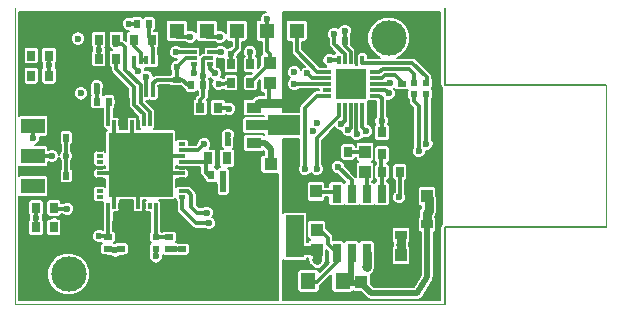
<source format=gtl>
G04 (created by PCBNEW (2013-mar-13)-testing) date Tue 23 Jul 2013 09:24:16 PM ICT*
%MOIN*%
G04 Gerber Fmt 3.4, Leading zero omitted, Abs format*
%FSLAX34Y34*%
G01*
G70*
G90*
G04 APERTURE LIST*
%ADD10C,0.00393701*%
%ADD11C,0.00590551*%
%ADD12R,0.0314961X0.0590551*%
%ADD13R,0.137795X0.102362*%
%ADD14R,0.0255906X0.0334646*%
%ADD15R,0.0433X0.0393*%
%ADD16R,0.0393X0.0433*%
%ADD17R,0.0590551X0.141732*%
%ADD18R,0.0394X0.0315*%
%ADD19R,0.0118X0.0196*%
%ADD20R,0.0196X0.0118*%
%ADD21R,0.212598X0.212598*%
%ADD22R,0.0314961X0.0393701*%
%ADD23R,0.019685X0.019685*%
%ADD24R,0.05X0.05*%
%ADD25R,0.0217X0.0118*%
%ADD26R,0.0984252X0.0984252*%
%ADD27R,0.0314961X0.011811*%
%ADD28R,0.011811X0.0314961*%
%ADD29R,0.011811X0.0315*%
%ADD30R,0.023622X0.019685*%
%ADD31R,0.0511811X0.0354331*%
%ADD32R,0.0748031X0.0354331*%
%ADD33R,0.106299X0.0669291*%
%ADD34R,0.015748X0.0295276*%
%ADD35R,0.011811X0.0295276*%
%ADD36R,0.0787402X0.05*%
%ADD37R,0.0275591X0.019685*%
%ADD38R,0.019685X0.0275591*%
%ADD39R,0.0275591X0.0354331*%
%ADD40R,0.0511811X0.0551181*%
%ADD41C,0.11811*%
%ADD42C,0.023622*%
%ADD43C,0.019685*%
%ADD44C,0.0314961*%
%ADD45C,0.019685*%
%ADD46C,0.011811*%
%ADD47C,0.0314961*%
%ADD48C,0.00787402*%
G04 APERTURE END LIST*
G54D10*
X39370Y-39370D02*
X39370Y-29527D01*
G54D11*
X53681Y-32066D02*
X53681Y-29527D01*
X59055Y-32066D02*
X53681Y-32066D01*
X53681Y-36830D02*
X53681Y-39370D01*
X59055Y-36830D02*
X53681Y-36830D01*
G54D10*
X59055Y-32066D02*
X59055Y-36830D01*
X53681Y-39370D02*
X39370Y-39370D01*
G54D12*
X50076Y-35708D03*
X50076Y-37677D03*
X50576Y-35708D03*
X51076Y-35708D03*
X51576Y-35708D03*
X50576Y-37677D03*
X51076Y-37677D03*
X51576Y-37677D03*
G54D13*
X50826Y-36692D03*
G54D14*
X46555Y-32007D03*
X47204Y-32007D03*
X46555Y-31397D03*
X47204Y-31397D03*
G54D15*
X50896Y-38661D03*
X51564Y-38661D03*
G54D16*
X49389Y-35630D03*
X49389Y-36298D03*
X49409Y-36910D03*
X49409Y-37578D03*
X51023Y-34979D03*
X51023Y-34311D03*
G54D15*
X48542Y-35905D03*
X47874Y-35905D03*
X48542Y-35374D03*
X47874Y-35374D03*
G54D17*
X48681Y-37125D03*
X47696Y-37125D03*
G54D16*
X53090Y-35786D03*
X53090Y-35118D03*
X52224Y-37756D03*
X52224Y-38424D03*
G54D18*
X53090Y-36712D03*
X52224Y-37087D03*
X52224Y-36337D03*
G54D15*
X47874Y-34724D03*
X48542Y-34724D03*
G54D19*
X44635Y-36111D03*
X44438Y-36111D03*
X44241Y-36111D03*
X44045Y-36111D03*
X43848Y-36111D03*
X43651Y-36111D03*
X43455Y-36111D03*
X43258Y-36111D03*
X43061Y-36111D03*
X42865Y-36111D03*
X42668Y-36111D03*
X42471Y-36111D03*
G54D20*
X42176Y-35816D03*
X42176Y-35619D03*
X42176Y-35422D03*
X42176Y-35226D03*
X42176Y-35029D03*
X42176Y-34832D03*
X42176Y-34636D03*
X42176Y-34439D03*
X42176Y-34242D03*
X42176Y-34046D03*
X42176Y-33849D03*
X42176Y-33652D03*
G54D19*
X42471Y-33357D03*
X42668Y-33357D03*
X42865Y-33357D03*
X43061Y-33357D03*
X43258Y-33357D03*
X43455Y-33357D03*
X43651Y-33357D03*
X43848Y-33357D03*
X44045Y-33357D03*
X44241Y-33357D03*
X44438Y-33357D03*
X44635Y-33357D03*
G54D20*
X44930Y-33652D03*
X44930Y-33849D03*
X44930Y-34046D03*
X44930Y-34242D03*
X44930Y-34439D03*
X44930Y-34636D03*
X44930Y-34832D03*
X44930Y-35029D03*
X44930Y-35226D03*
X44930Y-35422D03*
X44930Y-35619D03*
X44930Y-35816D03*
G54D21*
X43553Y-34734D03*
G54D16*
X47844Y-31358D03*
X47844Y-32026D03*
G54D22*
X45787Y-34527D03*
X46417Y-34527D03*
G54D23*
X52657Y-32027D03*
X52657Y-32381D03*
X53070Y-32027D03*
X53070Y-32381D03*
G54D24*
X47753Y-30275D03*
X46753Y-30275D03*
X45753Y-30275D03*
X48753Y-30275D03*
X44753Y-30275D03*
G54D25*
X45873Y-30984D03*
X45873Y-31181D03*
X45873Y-31378D03*
X45307Y-31378D03*
X45307Y-31181D03*
X45307Y-30984D03*
G54D26*
X50541Y-32037D03*
G54D27*
X49767Y-31643D03*
X49767Y-31840D03*
X49767Y-32037D03*
X49767Y-32234D03*
X49767Y-32431D03*
G54D28*
X50147Y-32811D03*
X50344Y-32811D03*
X50541Y-32811D03*
X50738Y-32811D03*
X50935Y-32811D03*
G54D27*
X51314Y-32431D03*
X51314Y-32234D03*
X51314Y-32037D03*
X51314Y-31840D03*
X51314Y-31643D03*
G54D29*
X50935Y-31263D03*
X50738Y-31263D03*
X50541Y-31263D03*
X50344Y-31263D03*
X50147Y-31263D03*
G54D30*
X44064Y-37549D03*
X44064Y-37155D03*
G54D31*
X47322Y-32834D03*
G54D32*
X47420Y-33425D03*
G54D31*
X47322Y-34016D03*
G54D33*
X48307Y-33425D03*
G54D34*
X43956Y-32332D03*
X43326Y-32332D03*
G54D35*
X43543Y-32332D03*
X43740Y-32332D03*
X43740Y-31250D03*
X43543Y-31250D03*
G54D34*
X43326Y-31250D03*
X43956Y-31250D03*
G54D36*
X39960Y-34448D03*
X39960Y-33444D03*
X39960Y-35452D03*
G54D37*
X52244Y-32431D03*
X52244Y-32037D03*
G54D38*
X50748Y-30629D03*
X50354Y-30629D03*
X45629Y-32086D03*
X45236Y-32086D03*
X43435Y-30049D03*
X43828Y-30049D03*
X45905Y-35078D03*
X46299Y-35078D03*
X41456Y-33838D03*
X41062Y-33838D03*
G54D37*
X42893Y-37145D03*
X42893Y-37539D03*
X44744Y-32303D03*
X44744Y-31909D03*
G54D38*
X42480Y-32244D03*
X42086Y-32244D03*
X46062Y-33976D03*
X46456Y-33976D03*
X41456Y-35098D03*
X41062Y-35098D03*
X45905Y-35511D03*
X46299Y-35511D03*
G54D37*
X44921Y-37155D03*
X44921Y-37549D03*
X44488Y-37155D03*
X44488Y-37549D03*
G54D38*
X42480Y-32637D03*
X42086Y-32637D03*
G54D37*
X42460Y-37145D03*
X42460Y-37539D03*
G54D39*
X40059Y-36181D03*
X40649Y-36181D03*
X40059Y-36830D03*
X40649Y-36830D03*
X45531Y-32834D03*
X46122Y-32834D03*
X51594Y-33661D03*
X52185Y-33661D03*
X43907Y-30570D03*
X43316Y-30570D03*
X42145Y-30570D03*
X42736Y-30570D03*
X42145Y-31200D03*
X42736Y-31200D03*
X40492Y-31771D03*
X39901Y-31771D03*
X49862Y-34311D03*
X50452Y-34311D03*
X52185Y-34389D03*
X51594Y-34389D03*
X52185Y-34980D03*
X51594Y-34980D03*
G54D40*
X49133Y-38612D03*
X50275Y-38612D03*
G54D39*
X39901Y-31102D03*
X40492Y-31102D03*
G54D41*
X51811Y-30511D03*
X41141Y-38385D03*
G54D42*
X47322Y-34016D03*
X46417Y-34527D03*
X46141Y-32047D03*
X45669Y-34055D03*
X47204Y-30984D03*
X49842Y-31259D03*
X53070Y-34035D03*
X52814Y-34291D03*
X45748Y-36338D03*
X49015Y-34881D03*
X45826Y-36692D03*
X49409Y-34881D03*
X45196Y-30472D03*
X51811Y-32362D03*
X46181Y-30472D03*
X51850Y-32007D03*
X41456Y-30531D03*
X50000Y-30393D03*
X41555Y-32362D03*
X48661Y-32047D03*
X49094Y-31692D03*
X50118Y-34803D03*
X46023Y-31692D03*
X48661Y-31653D03*
X49409Y-33346D03*
X50236Y-33385D03*
X46220Y-30984D03*
X50748Y-33720D03*
X49291Y-33622D03*
X42736Y-30708D03*
X44724Y-30984D03*
X40590Y-34448D03*
X41102Y-36200D03*
X50472Y-33582D03*
X51062Y-33622D03*
X40669Y-36732D03*
X39960Y-33858D03*
X51574Y-33267D03*
X46496Y-32874D03*
X47952Y-35629D03*
X52165Y-35826D03*
G54D43*
X48720Y-33641D03*
X47992Y-33661D03*
X48700Y-33208D03*
X48011Y-33208D03*
X48365Y-33425D03*
G54D44*
X53149Y-36279D03*
G54D42*
X52185Y-33346D03*
X44685Y-37549D03*
X40492Y-31417D03*
X41062Y-34448D03*
X39960Y-35452D03*
X42086Y-32125D03*
X50748Y-30275D03*
X52244Y-32637D03*
X46299Y-35314D03*
X43149Y-30039D03*
X44744Y-31496D03*
X46555Y-31062D03*
G54D43*
X43976Y-34744D03*
X44409Y-34744D03*
X44409Y-34311D03*
X44409Y-33877D03*
X43976Y-33877D03*
X43976Y-34311D03*
X43543Y-34744D03*
X43533Y-34734D03*
X43966Y-35167D03*
X44399Y-35167D03*
X44399Y-35600D03*
X43966Y-35600D03*
X43533Y-35600D03*
X43533Y-35167D03*
X43110Y-34744D03*
X42677Y-34744D03*
X42677Y-35177D03*
X42677Y-35610D03*
X43110Y-35610D03*
X43110Y-35177D03*
X43543Y-34744D03*
X43543Y-34744D03*
X43110Y-34311D03*
X42677Y-34311D03*
X42677Y-33877D03*
X43110Y-33877D03*
X43543Y-33877D03*
X43543Y-34311D03*
G54D42*
X46456Y-33740D03*
X42696Y-37597D03*
G54D43*
X51259Y-36397D03*
X51259Y-36948D03*
X50826Y-36948D03*
X50393Y-36948D03*
X50393Y-36397D03*
X50826Y-36397D03*
G54D42*
X47834Y-32007D03*
X39881Y-31122D03*
X39881Y-31791D03*
G54D44*
X49438Y-37923D03*
X51082Y-38149D03*
G54D42*
X45314Y-31692D03*
X43740Y-31811D03*
X47755Y-29881D03*
X40059Y-36515D03*
X42145Y-30905D03*
X42480Y-32637D03*
X50354Y-30275D03*
X44055Y-37795D03*
X45629Y-31771D03*
X43464Y-31614D03*
X42165Y-37125D03*
G54D44*
X52224Y-37401D03*
G54D45*
X47322Y-34016D02*
X47677Y-34015D01*
X47677Y-34015D02*
X47874Y-34212D01*
X47874Y-34724D02*
X47874Y-34212D01*
G54D46*
X46122Y-32037D02*
X46574Y-32027D01*
X46131Y-32037D02*
X46122Y-32037D01*
X46141Y-32047D02*
X46131Y-32037D01*
X45659Y-34064D02*
X45669Y-34055D01*
X44930Y-34242D02*
X45462Y-34242D01*
X45462Y-34242D02*
X45669Y-34035D01*
X47204Y-31397D02*
X47204Y-30984D01*
X49846Y-31263D02*
X50147Y-31263D01*
X49842Y-31259D02*
X49846Y-31263D01*
X53070Y-32381D02*
X53070Y-34035D01*
X52657Y-32618D02*
X52814Y-32775D01*
X52814Y-32775D02*
X52814Y-34291D01*
X52657Y-32618D02*
X52657Y-32381D01*
X45107Y-35619D02*
X44930Y-35619D01*
X45236Y-35748D02*
X45107Y-35619D01*
X45236Y-36141D02*
X45236Y-35748D01*
X45433Y-36338D02*
X45236Y-36141D01*
X45748Y-36338D02*
X45433Y-36338D01*
X49015Y-32834D02*
X49015Y-34881D01*
X49419Y-32431D02*
X49015Y-32834D01*
X49767Y-32431D02*
X49419Y-32431D01*
X44930Y-35816D02*
X44930Y-36229D01*
X50147Y-33120D02*
X50147Y-32811D01*
X49409Y-33858D02*
X49409Y-34881D01*
X50147Y-33120D02*
X49409Y-33858D01*
X45393Y-36692D02*
X45826Y-36692D01*
X44930Y-36229D02*
X45393Y-36692D01*
X51314Y-32234D02*
X51683Y-32234D01*
X45196Y-30472D02*
X44763Y-30472D01*
X51683Y-32234D02*
X51811Y-32362D01*
X51314Y-32037D02*
X51820Y-32037D01*
X46181Y-30472D02*
X45748Y-30472D01*
X51820Y-32037D02*
X51850Y-32007D01*
X50344Y-31053D02*
X50000Y-30708D01*
X50000Y-30708D02*
X50000Y-30393D01*
X50344Y-31053D02*
X50344Y-31263D01*
X48671Y-32037D02*
X48661Y-32047D01*
X48671Y-32037D02*
X49767Y-32037D01*
X48753Y-30275D02*
X48753Y-30958D01*
X49438Y-31643D02*
X49767Y-31643D01*
X48753Y-30958D02*
X49438Y-31643D01*
X50576Y-35261D02*
X50118Y-34803D01*
X50576Y-35708D02*
X50576Y-35261D01*
X49767Y-31856D02*
X49767Y-31840D01*
X49257Y-31856D02*
X49767Y-31856D01*
X49094Y-31692D02*
X49257Y-31856D01*
X50570Y-35648D02*
X50576Y-35642D01*
X50344Y-32811D02*
X50344Y-33277D01*
X50344Y-33277D02*
X50236Y-33385D01*
X45873Y-31378D02*
X45873Y-31542D01*
X45873Y-31542D02*
X46023Y-31692D01*
X50236Y-33385D02*
X50226Y-33375D01*
X45873Y-30984D02*
X46220Y-30984D01*
X46220Y-30984D02*
X46220Y-30984D01*
X50738Y-33710D02*
X50738Y-32811D01*
X50748Y-33720D02*
X50738Y-33710D01*
X45307Y-30984D02*
X44724Y-30984D01*
X42716Y-30728D02*
X42706Y-30728D01*
X42736Y-30708D02*
X42716Y-30728D01*
X44724Y-30984D02*
X44724Y-30984D01*
X43543Y-32332D02*
X43543Y-32086D01*
X42933Y-30728D02*
X42706Y-30728D01*
X43031Y-30826D02*
X42933Y-30728D01*
X43031Y-31574D02*
X43031Y-30826D01*
X43543Y-32086D02*
X43031Y-31574D01*
X43848Y-33357D02*
X43848Y-32982D01*
X43543Y-32677D02*
X43543Y-32332D01*
X43848Y-32982D02*
X43543Y-32677D01*
X43326Y-32332D02*
X43326Y-32145D01*
X42723Y-31541D02*
X42716Y-31220D01*
X43031Y-31850D02*
X42723Y-31541D01*
X43031Y-31850D02*
X43031Y-31850D01*
X43326Y-32145D02*
X43031Y-31850D01*
X43651Y-33357D02*
X43651Y-33060D01*
X43326Y-32736D02*
X43326Y-32332D01*
X43651Y-33060D02*
X43326Y-32736D01*
X43543Y-31250D02*
X43740Y-31250D01*
X43543Y-31250D02*
X43543Y-31023D01*
X43316Y-30797D02*
X43316Y-30570D01*
X43543Y-31023D02*
X43316Y-30797D01*
X40590Y-34448D02*
X39960Y-34448D01*
X40649Y-36200D02*
X41102Y-36200D01*
X50541Y-32811D02*
X50541Y-33513D01*
X50541Y-33513D02*
X50472Y-33582D01*
X50935Y-32811D02*
X50935Y-33494D01*
X50935Y-33494D02*
X51062Y-33622D01*
X39960Y-33858D02*
X39960Y-33444D01*
X51574Y-33267D02*
X51574Y-32519D01*
X51486Y-32431D02*
X51314Y-32431D01*
X51574Y-32519D02*
X51486Y-32431D01*
X46122Y-32834D02*
X46456Y-32834D01*
X51594Y-33287D02*
X51594Y-33661D01*
X51574Y-33267D02*
X51594Y-33287D01*
X46456Y-32834D02*
X46496Y-32874D01*
X52185Y-34980D02*
X52185Y-35807D01*
X47952Y-35629D02*
X47953Y-35629D01*
X52185Y-35807D02*
X52165Y-35826D01*
X47953Y-35374D02*
X47953Y-35629D01*
X47953Y-35629D02*
X47953Y-35905D01*
G54D45*
X50570Y-38687D02*
X50570Y-37722D01*
X50570Y-37722D02*
X50616Y-37677D01*
G54D46*
X48503Y-33425D02*
X48365Y-33425D01*
X48720Y-33641D02*
X48503Y-33425D01*
X47992Y-33661D02*
X48228Y-33425D01*
X48228Y-33425D02*
X48365Y-33425D01*
X48484Y-33425D02*
X48365Y-33425D01*
X48700Y-33208D02*
X48484Y-33425D01*
X48228Y-33425D02*
X48365Y-33425D01*
X48011Y-33208D02*
X48228Y-33425D01*
X47420Y-33425D02*
X48365Y-33425D01*
G54D45*
X53090Y-36712D02*
X53090Y-38484D01*
X53090Y-38484D02*
X52765Y-39025D01*
X52765Y-39025D02*
X51230Y-39025D01*
X51230Y-39025D02*
X51230Y-39025D01*
X51230Y-39025D02*
X50885Y-38671D01*
G54D47*
X53149Y-36279D02*
X53149Y-35845D01*
X53149Y-35845D02*
X53090Y-35786D01*
X53090Y-36338D02*
X53090Y-36712D01*
X53149Y-36279D02*
X53090Y-36338D01*
G54D45*
X50910Y-38666D02*
X50905Y-38671D01*
X50905Y-38671D02*
X50570Y-38687D01*
X50570Y-38687D02*
X50275Y-38690D01*
G54D46*
X52185Y-33661D02*
X52185Y-33346D01*
X44488Y-37549D02*
X44685Y-37549D01*
X44685Y-37549D02*
X44921Y-37549D01*
X40492Y-31771D02*
X40492Y-31417D01*
X40492Y-31417D02*
X40492Y-31102D01*
X42086Y-32637D02*
X42086Y-32125D01*
X47834Y-32027D02*
X47834Y-32696D01*
X50748Y-30629D02*
X50748Y-30275D01*
X52244Y-32431D02*
X52244Y-32637D01*
G54D45*
X46299Y-35078D02*
X46299Y-35314D01*
X46299Y-35314D02*
X46299Y-35511D01*
G54D46*
X43956Y-32332D02*
X43956Y-32027D01*
X44074Y-31909D02*
X44744Y-31909D01*
X43956Y-32027D02*
X44074Y-31909D01*
X50738Y-31263D02*
X50738Y-30639D01*
X50738Y-30639D02*
X50748Y-30629D01*
X43435Y-30049D02*
X43159Y-30049D01*
X43159Y-30049D02*
X43149Y-30039D01*
X45236Y-32086D02*
X45118Y-32086D01*
X44940Y-31909D02*
X44744Y-31909D01*
X45118Y-32086D02*
X44940Y-31909D01*
X45307Y-31181D02*
X45059Y-31181D01*
X44744Y-31496D02*
X44744Y-31851D01*
X45059Y-31181D02*
X44744Y-31496D01*
X46759Y-30295D02*
X46759Y-30858D01*
X46759Y-30858D02*
X46555Y-31062D01*
X46555Y-31062D02*
X46555Y-31397D01*
X42668Y-33357D02*
X42668Y-33868D01*
X42668Y-33868D02*
X42677Y-33877D01*
X43258Y-33357D02*
X43258Y-33730D01*
X43258Y-33730D02*
X43110Y-33877D01*
X44930Y-34439D02*
X44537Y-34439D01*
X44537Y-34439D02*
X44409Y-34311D01*
X44930Y-35029D02*
X44537Y-35029D01*
X44537Y-35029D02*
X44399Y-35167D01*
X43455Y-36111D02*
X43455Y-35678D01*
X43455Y-35678D02*
X43533Y-35600D01*
X42668Y-36111D02*
X42668Y-35619D01*
X42668Y-35619D02*
X42677Y-35610D01*
X42176Y-35029D02*
X42529Y-35029D01*
X42529Y-35029D02*
X42677Y-35177D01*
X43976Y-34744D02*
X43543Y-34744D01*
X44409Y-34744D02*
X44409Y-34311D01*
X44409Y-33877D02*
X43976Y-33877D01*
X44399Y-35600D02*
X44399Y-35167D01*
X43533Y-35600D02*
X43966Y-35600D01*
X43533Y-35167D02*
X43533Y-34734D01*
X43110Y-34744D02*
X43543Y-34744D01*
X42677Y-34744D02*
X42677Y-35177D01*
X42677Y-35610D02*
X43110Y-35610D01*
X42677Y-33877D02*
X42677Y-34311D01*
X43543Y-33877D02*
X43110Y-33877D01*
X43543Y-34311D02*
X43543Y-34744D01*
G54D47*
X47322Y-32834D02*
X47342Y-32834D01*
X47342Y-32834D02*
X47480Y-32696D01*
X47480Y-32696D02*
X47834Y-32696D01*
X47834Y-32696D02*
X48484Y-32696D01*
G54D46*
X46456Y-33976D02*
X46455Y-33741D01*
X46455Y-33741D02*
X46456Y-33740D01*
X41062Y-35118D02*
X41062Y-34448D01*
X41062Y-34448D02*
X41062Y-33818D01*
X42460Y-37597D02*
X42696Y-37597D01*
X42696Y-37597D02*
X42952Y-37597D01*
X48621Y-35905D02*
X48621Y-35374D01*
X50826Y-36692D02*
X50826Y-36397D01*
X50826Y-36948D02*
X51259Y-36948D01*
X50393Y-36397D02*
X50393Y-36948D01*
X47834Y-32027D02*
X47834Y-32007D01*
X39881Y-31122D02*
X39891Y-31131D01*
X39881Y-31791D02*
X39901Y-31771D01*
X49094Y-38631D02*
X49438Y-38631D01*
X49438Y-38631D02*
X50076Y-37994D01*
X50076Y-37994D02*
X50076Y-37677D01*
X49409Y-36910D02*
X49538Y-36910D01*
X49538Y-36910D02*
X49793Y-37165D01*
X49793Y-37165D02*
X49793Y-37393D01*
X49793Y-37393D02*
X50076Y-37677D01*
G54D47*
X49409Y-37578D02*
X49409Y-37893D01*
X49409Y-37893D02*
X49438Y-37923D01*
X51076Y-38143D02*
X51082Y-38149D01*
X51076Y-37677D02*
X51076Y-38143D01*
X49350Y-37578D02*
X48917Y-37578D01*
X48582Y-37242D02*
X48582Y-37047D01*
X48917Y-37578D02*
X48582Y-37242D01*
X48582Y-37047D02*
X48582Y-37047D01*
G54D46*
X51314Y-31643D02*
X51505Y-31643D01*
X52657Y-31712D02*
X52657Y-32027D01*
X52480Y-31535D02*
X52657Y-31712D01*
X51614Y-31535D02*
X52480Y-31535D01*
X51505Y-31643D02*
X51614Y-31535D01*
X52244Y-32037D02*
X52244Y-31968D01*
X51584Y-31840D02*
X51314Y-31840D01*
X51692Y-31732D02*
X51584Y-31840D01*
X52007Y-31732D02*
X51692Y-31732D01*
X52244Y-31968D02*
X52007Y-31732D01*
X45708Y-35000D02*
X45787Y-35078D01*
X45787Y-35078D02*
X45905Y-35078D01*
X44930Y-34636D02*
X45560Y-34636D01*
X45708Y-34645D02*
X45708Y-35000D01*
X45560Y-34636D02*
X45708Y-34645D01*
X53080Y-32017D02*
X53080Y-31820D01*
X52602Y-31342D02*
X50935Y-31342D01*
X53080Y-31820D02*
X52602Y-31342D01*
X50491Y-34311D02*
X51022Y-34311D01*
X51022Y-34311D02*
X51023Y-34311D01*
X50076Y-35642D02*
X49362Y-35642D01*
X49362Y-35642D02*
X49350Y-35630D01*
X51076Y-35642D02*
X51076Y-35032D01*
X51076Y-35032D02*
X51023Y-34979D01*
X44045Y-36111D02*
X44045Y-37135D01*
X44045Y-37135D02*
X44064Y-37155D01*
X44488Y-37155D02*
X44064Y-37155D01*
X51555Y-34980D02*
X51555Y-34389D01*
X51576Y-35642D02*
X51576Y-35001D01*
X51576Y-35001D02*
X51555Y-34980D01*
X43907Y-30570D02*
X43907Y-30797D01*
X43956Y-30846D02*
X43956Y-31250D01*
X43907Y-30797D02*
X43956Y-30846D01*
X43828Y-30049D02*
X43828Y-30492D01*
X43828Y-30492D02*
X43907Y-30570D01*
X43740Y-32332D02*
X43740Y-31811D01*
X45307Y-31685D02*
X45307Y-31378D01*
X45314Y-31692D02*
X45307Y-31685D01*
X47753Y-30275D02*
X47753Y-29883D01*
X47753Y-29883D02*
X47755Y-29881D01*
X47753Y-30708D02*
X47753Y-30942D01*
X47844Y-31033D02*
X47844Y-31358D01*
X47753Y-30942D02*
X47844Y-31033D01*
X47204Y-32007D02*
X47204Y-31998D01*
X47204Y-31998D02*
X47844Y-31358D01*
X40059Y-36141D02*
X40059Y-36515D01*
X40059Y-36515D02*
X40059Y-36850D01*
X42145Y-31279D02*
X42145Y-30905D01*
X42145Y-30905D02*
X42145Y-30570D01*
X42471Y-33357D02*
X42471Y-32646D01*
X42471Y-32646D02*
X42480Y-32637D01*
X50354Y-30629D02*
X50354Y-30275D01*
X44064Y-37549D02*
X44064Y-37785D01*
X44064Y-37785D02*
X44055Y-37795D01*
X50541Y-31263D02*
X50541Y-30974D01*
X50354Y-30787D02*
X50354Y-30629D01*
X50541Y-30974D02*
X50354Y-30787D01*
X43326Y-31250D02*
X43326Y-31476D01*
X43326Y-31476D02*
X43464Y-31614D01*
X45629Y-32086D02*
X45629Y-32480D01*
X45531Y-32578D02*
X45531Y-32834D01*
X45629Y-32480D02*
X45531Y-32578D01*
X45873Y-31181D02*
X45669Y-31181D01*
X45629Y-31220D02*
X45629Y-31771D01*
X45629Y-31771D02*
X45629Y-32086D01*
X45669Y-31181D02*
X45629Y-31220D01*
X47753Y-30275D02*
X47753Y-30708D01*
X42440Y-37125D02*
X42166Y-37126D01*
X42166Y-37126D02*
X42165Y-37125D01*
X42471Y-36111D02*
X42451Y-37115D01*
X42451Y-37115D02*
X42440Y-37125D01*
G54D47*
X52224Y-37087D02*
X52224Y-37401D01*
X52224Y-37401D02*
X52224Y-37756D01*
X52224Y-37756D02*
X52224Y-37756D01*
G54D10*
G36*
X48110Y-39251D02*
X46732Y-39251D01*
X46732Y-32827D01*
X46696Y-32740D01*
X46630Y-32673D01*
X46543Y-32637D01*
X46449Y-32637D01*
X46401Y-32657D01*
X46377Y-32657D01*
X46377Y-32634D01*
X46360Y-32590D01*
X46326Y-32557D01*
X46283Y-32539D01*
X46236Y-32539D01*
X45960Y-32539D01*
X45917Y-32557D01*
X45884Y-32590D01*
X45866Y-32633D01*
X45866Y-32680D01*
X45866Y-33035D01*
X45884Y-33078D01*
X45917Y-33111D01*
X45960Y-33129D01*
X46007Y-33129D01*
X46283Y-33129D01*
X46326Y-33111D01*
X46359Y-33078D01*
X46361Y-33073D01*
X46362Y-33074D01*
X46448Y-33110D01*
X46542Y-33110D01*
X46629Y-33074D01*
X46696Y-33007D01*
X46732Y-32921D01*
X46732Y-32827D01*
X46732Y-39251D01*
X41850Y-39251D01*
X41850Y-38245D01*
X41791Y-38102D01*
X41791Y-32315D01*
X41755Y-32228D01*
X41692Y-32165D01*
X41692Y-30484D01*
X41657Y-30397D01*
X41590Y-30331D01*
X41503Y-30295D01*
X41409Y-30295D01*
X41323Y-30331D01*
X41256Y-30397D01*
X41220Y-30484D01*
X41220Y-30578D01*
X41256Y-30665D01*
X41322Y-30731D01*
X41409Y-30767D01*
X41503Y-30767D01*
X41590Y-30731D01*
X41656Y-30665D01*
X41692Y-30578D01*
X41692Y-30484D01*
X41692Y-32165D01*
X41689Y-32162D01*
X41602Y-32126D01*
X41508Y-32125D01*
X41421Y-32161D01*
X41354Y-32228D01*
X41318Y-32315D01*
X41318Y-32408D01*
X41354Y-32495D01*
X41421Y-32562D01*
X41507Y-32598D01*
X41601Y-32598D01*
X41688Y-32562D01*
X41755Y-32496D01*
X41791Y-32409D01*
X41791Y-32315D01*
X41791Y-38102D01*
X41742Y-37984D01*
X41543Y-37785D01*
X41338Y-37700D01*
X41338Y-36154D01*
X41302Y-36067D01*
X41236Y-36000D01*
X41149Y-35964D01*
X41055Y-35964D01*
X40968Y-36000D01*
X40945Y-36023D01*
X40905Y-36023D01*
X40905Y-35980D01*
X40887Y-35937D01*
X40854Y-35903D01*
X40810Y-35885D01*
X40764Y-35885D01*
X40488Y-35885D01*
X40444Y-35903D01*
X40411Y-35936D01*
X40393Y-35980D01*
X40393Y-36027D01*
X40393Y-36381D01*
X40411Y-36425D01*
X40444Y-36458D01*
X40488Y-36476D01*
X40535Y-36476D01*
X40810Y-36476D01*
X40854Y-36458D01*
X40887Y-36425D01*
X40905Y-36381D01*
X40905Y-36377D01*
X40945Y-36377D01*
X40968Y-36400D01*
X41055Y-36436D01*
X41149Y-36437D01*
X41235Y-36401D01*
X41302Y-36334D01*
X41338Y-36247D01*
X41338Y-36154D01*
X41338Y-37700D01*
X41283Y-37677D01*
X41001Y-37677D01*
X40905Y-37716D01*
X40905Y-36685D01*
X40905Y-36685D01*
X40905Y-36630D01*
X40887Y-36586D01*
X40854Y-36553D01*
X40810Y-36535D01*
X40806Y-36535D01*
X40803Y-36532D01*
X40716Y-36496D01*
X40622Y-36496D01*
X40535Y-36531D01*
X40532Y-36535D01*
X40488Y-36535D01*
X40444Y-36553D01*
X40411Y-36586D01*
X40393Y-36629D01*
X40393Y-36676D01*
X40393Y-37031D01*
X40411Y-37074D01*
X40444Y-37107D01*
X40488Y-37125D01*
X40535Y-37126D01*
X40810Y-37126D01*
X40854Y-37108D01*
X40887Y-37074D01*
X40905Y-37031D01*
X40905Y-36984D01*
X40905Y-36708D01*
X40905Y-36685D01*
X40905Y-37716D01*
X40740Y-37784D01*
X40541Y-37983D01*
X40433Y-38244D01*
X40432Y-38526D01*
X40540Y-38786D01*
X40739Y-38986D01*
X41000Y-39094D01*
X41282Y-39094D01*
X41542Y-38986D01*
X41742Y-38787D01*
X41850Y-38527D01*
X41850Y-38245D01*
X41850Y-39251D01*
X40314Y-39251D01*
X40314Y-36984D01*
X40314Y-36630D01*
X40297Y-36586D01*
X40288Y-36578D01*
X40295Y-36562D01*
X40295Y-36468D01*
X40282Y-36439D01*
X40296Y-36425D01*
X40314Y-36381D01*
X40314Y-36334D01*
X40314Y-35980D01*
X40297Y-35937D01*
X40263Y-35903D01*
X40220Y-35885D01*
X40173Y-35885D01*
X39897Y-35885D01*
X39854Y-35903D01*
X39821Y-35936D01*
X39803Y-35980D01*
X39803Y-36027D01*
X39803Y-36381D01*
X39821Y-36425D01*
X39835Y-36439D01*
X39822Y-36468D01*
X39822Y-36562D01*
X39829Y-36578D01*
X39821Y-36586D01*
X39803Y-36629D01*
X39803Y-36676D01*
X39803Y-37031D01*
X39821Y-37074D01*
X39854Y-37107D01*
X39897Y-37125D01*
X39944Y-37126D01*
X40220Y-37126D01*
X40263Y-37108D01*
X40296Y-37074D01*
X40314Y-37031D01*
X40314Y-36984D01*
X40314Y-39251D01*
X39488Y-39251D01*
X39488Y-35791D01*
X39499Y-35802D01*
X39543Y-35820D01*
X39590Y-35820D01*
X40377Y-35820D01*
X40421Y-35802D01*
X40454Y-35769D01*
X40472Y-35726D01*
X40472Y-35679D01*
X40472Y-35179D01*
X40454Y-35135D01*
X40421Y-35102D01*
X40377Y-35084D01*
X40330Y-35084D01*
X39543Y-35084D01*
X39500Y-35102D01*
X39488Y-35114D01*
X39488Y-34787D01*
X39499Y-34798D01*
X39543Y-34816D01*
X39590Y-34816D01*
X40377Y-34816D01*
X40421Y-34799D01*
X40454Y-34765D01*
X40472Y-34722D01*
X40472Y-34675D01*
X40472Y-34655D01*
X40543Y-34684D01*
X40637Y-34685D01*
X40724Y-34649D01*
X40790Y-34582D01*
X40826Y-34496D01*
X40826Y-34495D01*
X40862Y-34582D01*
X40885Y-34605D01*
X40885Y-34872D01*
X40864Y-34893D01*
X40846Y-34937D01*
X40846Y-34984D01*
X40846Y-35259D01*
X40864Y-35303D01*
X40897Y-35336D01*
X40940Y-35354D01*
X40987Y-35354D01*
X41184Y-35354D01*
X41228Y-35336D01*
X41261Y-35303D01*
X41279Y-35259D01*
X41279Y-35212D01*
X41279Y-34937D01*
X41261Y-34893D01*
X41240Y-34872D01*
X41240Y-34605D01*
X41263Y-34582D01*
X41299Y-34496D01*
X41299Y-34402D01*
X41263Y-34315D01*
X41240Y-34291D01*
X41240Y-34064D01*
X41261Y-34043D01*
X41279Y-33999D01*
X41279Y-33952D01*
X41279Y-33677D01*
X41261Y-33633D01*
X41228Y-33600D01*
X41185Y-33582D01*
X41138Y-33582D01*
X40941Y-33582D01*
X40897Y-33600D01*
X40864Y-33633D01*
X40846Y-33677D01*
X40846Y-33724D01*
X40846Y-33999D01*
X40864Y-34043D01*
X40885Y-34064D01*
X40885Y-34291D01*
X40862Y-34314D01*
X40826Y-34401D01*
X40826Y-34402D01*
X40790Y-34315D01*
X40748Y-34272D01*
X40748Y-31925D01*
X40748Y-31571D01*
X40730Y-31527D01*
X40710Y-31507D01*
X40728Y-31464D01*
X40728Y-31370D01*
X40721Y-31354D01*
X40729Y-31346D01*
X40748Y-31303D01*
X40748Y-31256D01*
X40748Y-30901D01*
X40730Y-30858D01*
X40696Y-30825D01*
X40653Y-30807D01*
X40606Y-30807D01*
X40330Y-30807D01*
X40287Y-30825D01*
X40254Y-30858D01*
X40236Y-30901D01*
X40236Y-30948D01*
X40236Y-31302D01*
X40254Y-31346D01*
X40262Y-31354D01*
X40255Y-31370D01*
X40255Y-31464D01*
X40273Y-31507D01*
X40254Y-31527D01*
X40236Y-31570D01*
X40236Y-31617D01*
X40236Y-31972D01*
X40254Y-32015D01*
X40287Y-32048D01*
X40330Y-32066D01*
X40377Y-32066D01*
X40653Y-32066D01*
X40696Y-32049D01*
X40729Y-32015D01*
X40748Y-31972D01*
X40748Y-31925D01*
X40748Y-34272D01*
X40724Y-34248D01*
X40637Y-34212D01*
X40543Y-34212D01*
X40472Y-34242D01*
X40472Y-34175D01*
X40454Y-34132D01*
X40421Y-34098D01*
X40377Y-34080D01*
X40330Y-34080D01*
X40040Y-34080D01*
X40094Y-34058D01*
X40160Y-33992D01*
X40196Y-33905D01*
X40196Y-33813D01*
X40377Y-33813D01*
X40421Y-33795D01*
X40454Y-33761D01*
X40472Y-33718D01*
X40472Y-33671D01*
X40472Y-33171D01*
X40454Y-33128D01*
X40421Y-33094D01*
X40377Y-33076D01*
X40330Y-33076D01*
X40157Y-33076D01*
X40157Y-31925D01*
X40157Y-31571D01*
X40157Y-31256D01*
X40157Y-30901D01*
X40139Y-30858D01*
X40106Y-30825D01*
X40062Y-30807D01*
X40015Y-30807D01*
X39740Y-30807D01*
X39696Y-30825D01*
X39663Y-30858D01*
X39645Y-30901D01*
X39645Y-30948D01*
X39645Y-31145D01*
X39645Y-31168D01*
X39645Y-31168D01*
X39645Y-31302D01*
X39663Y-31346D01*
X39696Y-31379D01*
X39740Y-31397D01*
X39787Y-31397D01*
X40062Y-31397D01*
X40106Y-31379D01*
X40139Y-31346D01*
X40157Y-31303D01*
X40157Y-31256D01*
X40157Y-31571D01*
X40139Y-31527D01*
X40106Y-31494D01*
X40062Y-31476D01*
X40015Y-31476D01*
X39740Y-31476D01*
X39696Y-31494D01*
X39663Y-31527D01*
X39645Y-31570D01*
X39645Y-31617D01*
X39645Y-31814D01*
X39645Y-31838D01*
X39645Y-31838D01*
X39645Y-31972D01*
X39663Y-32015D01*
X39696Y-32048D01*
X39740Y-32066D01*
X39787Y-32066D01*
X40062Y-32066D01*
X40106Y-32049D01*
X40139Y-32015D01*
X40157Y-31972D01*
X40157Y-31925D01*
X40157Y-33076D01*
X39543Y-33076D01*
X39500Y-33094D01*
X39488Y-33106D01*
X39488Y-29645D01*
X47709Y-29645D01*
X47622Y-29681D01*
X47555Y-29747D01*
X47519Y-29834D01*
X47519Y-29907D01*
X47480Y-29907D01*
X47437Y-29925D01*
X47403Y-29958D01*
X47385Y-30001D01*
X47385Y-30048D01*
X47385Y-30548D01*
X47403Y-30592D01*
X47436Y-30625D01*
X47480Y-30643D01*
X47527Y-30643D01*
X47576Y-30643D01*
X47576Y-30708D01*
X47576Y-30942D01*
X47590Y-31010D01*
X47604Y-31032D01*
X47604Y-31032D01*
X47581Y-31042D01*
X47547Y-31075D01*
X47529Y-31118D01*
X47529Y-31165D01*
X47529Y-31422D01*
X47450Y-31502D01*
X47450Y-31206D01*
X47432Y-31163D01*
X47399Y-31130D01*
X47394Y-31128D01*
X47404Y-31118D01*
X47440Y-31031D01*
X47440Y-30937D01*
X47405Y-30850D01*
X47338Y-30784D01*
X47251Y-30748D01*
X47157Y-30747D01*
X47122Y-30762D01*
X47122Y-30502D01*
X47122Y-30002D01*
X47104Y-29958D01*
X47070Y-29925D01*
X47027Y-29907D01*
X46980Y-29907D01*
X46480Y-29907D01*
X46437Y-29925D01*
X46403Y-29958D01*
X46385Y-30001D01*
X46385Y-30048D01*
X46385Y-30349D01*
X46381Y-30338D01*
X46315Y-30272D01*
X46228Y-30236D01*
X46134Y-30236D01*
X46122Y-30241D01*
X46122Y-30002D01*
X46104Y-29958D01*
X46070Y-29925D01*
X46027Y-29907D01*
X45980Y-29907D01*
X45480Y-29907D01*
X45437Y-29925D01*
X45403Y-29958D01*
X45385Y-30001D01*
X45385Y-30048D01*
X45385Y-30327D01*
X45330Y-30272D01*
X45244Y-30236D01*
X45150Y-30236D01*
X45122Y-30247D01*
X45122Y-30002D01*
X45104Y-29958D01*
X45070Y-29925D01*
X45027Y-29907D01*
X44980Y-29907D01*
X44480Y-29907D01*
X44437Y-29925D01*
X44403Y-29958D01*
X44385Y-30001D01*
X44385Y-30048D01*
X44385Y-30548D01*
X44403Y-30592D01*
X44436Y-30625D01*
X44480Y-30643D01*
X44527Y-30643D01*
X44734Y-30643D01*
X44763Y-30649D01*
X45039Y-30649D01*
X45062Y-30672D01*
X45149Y-30708D01*
X45243Y-30708D01*
X45330Y-30672D01*
X45396Y-30606D01*
X45403Y-30591D01*
X45403Y-30592D01*
X45436Y-30625D01*
X45480Y-30643D01*
X45527Y-30643D01*
X45718Y-30643D01*
X45748Y-30649D01*
X46024Y-30649D01*
X46047Y-30672D01*
X46133Y-30708D01*
X46227Y-30708D01*
X46314Y-30672D01*
X46381Y-30606D01*
X46395Y-30572D01*
X46403Y-30592D01*
X46436Y-30625D01*
X46480Y-30643D01*
X46527Y-30643D01*
X46582Y-30643D01*
X46582Y-30784D01*
X46540Y-30826D01*
X46508Y-30826D01*
X46425Y-30861D01*
X46420Y-30850D01*
X46354Y-30784D01*
X46267Y-30748D01*
X46173Y-30747D01*
X46086Y-30783D01*
X46063Y-30806D01*
X45873Y-30806D01*
X45873Y-30806D01*
X45741Y-30806D01*
X45698Y-30824D01*
X45664Y-30858D01*
X45646Y-30901D01*
X45646Y-30948D01*
X45646Y-31008D01*
X45601Y-31017D01*
X45544Y-31055D01*
X45534Y-31065D01*
X45534Y-31019D01*
X45534Y-30901D01*
X45516Y-30858D01*
X45483Y-30825D01*
X45439Y-30807D01*
X45392Y-30806D01*
X45307Y-30806D01*
X45307Y-30806D01*
X44881Y-30806D01*
X44858Y-30784D01*
X44771Y-30748D01*
X44677Y-30747D01*
X44590Y-30783D01*
X44524Y-30850D01*
X44488Y-30937D01*
X44488Y-31031D01*
X44524Y-31117D01*
X44590Y-31184D01*
X44677Y-31220D01*
X44769Y-31220D01*
X44729Y-31259D01*
X44697Y-31259D01*
X44610Y-31295D01*
X44543Y-31362D01*
X44507Y-31448D01*
X44507Y-31542D01*
X44543Y-31629D01*
X44566Y-31652D01*
X44566Y-31699D01*
X44539Y-31710D01*
X44517Y-31732D01*
X44074Y-31732D01*
X44007Y-31745D01*
X43976Y-31766D01*
X43976Y-31764D01*
X43940Y-31677D01*
X43874Y-31610D01*
X43787Y-31574D01*
X43700Y-31574D01*
X43700Y-31567D01*
X43679Y-31515D01*
X43704Y-31515D01*
X43822Y-31515D01*
X43838Y-31509D01*
X43854Y-31515D01*
X43901Y-31515D01*
X44058Y-31515D01*
X44102Y-31497D01*
X44135Y-31464D01*
X44153Y-31421D01*
X44153Y-31374D01*
X44153Y-31078D01*
X44135Y-31035D01*
X44133Y-31033D01*
X44133Y-30846D01*
X44130Y-30829D01*
X44145Y-30815D01*
X44163Y-30771D01*
X44163Y-30724D01*
X44163Y-30370D01*
X44145Y-30326D01*
X44112Y-30293D01*
X44068Y-30275D01*
X44021Y-30275D01*
X44005Y-30275D01*
X44005Y-30275D01*
X44027Y-30253D01*
X44045Y-30210D01*
X44045Y-30163D01*
X44045Y-29888D01*
X44027Y-29844D01*
X43994Y-29811D01*
X43950Y-29793D01*
X43903Y-29793D01*
X43706Y-29793D01*
X43663Y-29811D01*
X43631Y-29842D01*
X43600Y-29811D01*
X43557Y-29793D01*
X43510Y-29793D01*
X43313Y-29793D01*
X43269Y-29811D01*
X43254Y-29826D01*
X43196Y-29803D01*
X43102Y-29803D01*
X43015Y-29838D01*
X42949Y-29905D01*
X42913Y-29992D01*
X42913Y-30086D01*
X42949Y-30173D01*
X43015Y-30239D01*
X43102Y-30275D01*
X43155Y-30275D01*
X43112Y-30293D01*
X43079Y-30326D01*
X43061Y-30370D01*
X43061Y-30417D01*
X43061Y-30605D01*
X43058Y-30603D01*
X43000Y-30564D01*
X42992Y-30562D01*
X42992Y-30562D01*
X42992Y-30370D01*
X42974Y-30326D01*
X42941Y-30293D01*
X42897Y-30275D01*
X42850Y-30275D01*
X42575Y-30275D01*
X42531Y-30293D01*
X42498Y-30326D01*
X42480Y-30370D01*
X42480Y-30417D01*
X42480Y-30771D01*
X42498Y-30814D01*
X42531Y-30848D01*
X42548Y-30855D01*
X42598Y-30905D01*
X42575Y-30905D01*
X42531Y-30923D01*
X42498Y-30956D01*
X42480Y-31000D01*
X42480Y-31047D01*
X42480Y-31401D01*
X42498Y-31444D01*
X42531Y-31478D01*
X42544Y-31483D01*
X42546Y-31541D01*
X42545Y-31541D01*
X42546Y-31542D01*
X42546Y-31545D01*
X42551Y-31569D01*
X42559Y-31609D01*
X42560Y-31611D01*
X42561Y-31613D01*
X42575Y-31634D01*
X42597Y-31667D01*
X42906Y-31975D01*
X43129Y-32199D01*
X43129Y-32208D01*
X43129Y-32503D01*
X43147Y-32547D01*
X43149Y-32548D01*
X43149Y-32736D01*
X43163Y-32804D01*
X43201Y-32861D01*
X43473Y-33133D01*
X43473Y-33357D01*
X43474Y-33357D01*
X43474Y-33478D01*
X43491Y-33522D01*
X43522Y-33553D01*
X43435Y-33553D01*
X43435Y-33357D01*
X43435Y-33357D01*
X43435Y-33235D01*
X43417Y-33192D01*
X43384Y-33159D01*
X43340Y-33141D01*
X43293Y-33141D01*
X43175Y-33141D01*
X43132Y-33159D01*
X43099Y-33192D01*
X43081Y-33235D01*
X43081Y-33282D01*
X43081Y-33357D01*
X43080Y-33357D01*
X43080Y-33553D01*
X42845Y-33553D01*
X42845Y-33357D01*
X42845Y-33357D01*
X42845Y-33235D01*
X42827Y-33192D01*
X42794Y-33159D01*
X42750Y-33141D01*
X42703Y-33141D01*
X42648Y-33141D01*
X42648Y-32873D01*
X42678Y-32842D01*
X42696Y-32799D01*
X42696Y-32752D01*
X42696Y-32732D01*
X42716Y-32684D01*
X42716Y-32591D01*
X42696Y-32543D01*
X42696Y-32476D01*
X42678Y-32433D01*
X42645Y-32399D01*
X42602Y-32381D01*
X42555Y-32381D01*
X42401Y-32381D01*
X42401Y-31354D01*
X42401Y-31000D01*
X42383Y-30956D01*
X42381Y-30954D01*
X42381Y-30952D01*
X42381Y-30858D01*
X42369Y-30828D01*
X42383Y-30815D01*
X42401Y-30771D01*
X42401Y-30724D01*
X42401Y-30370D01*
X42383Y-30326D01*
X42350Y-30293D01*
X42307Y-30275D01*
X42260Y-30275D01*
X41984Y-30275D01*
X41941Y-30293D01*
X41907Y-30326D01*
X41889Y-30370D01*
X41889Y-30417D01*
X41889Y-30771D01*
X41907Y-30814D01*
X41921Y-30828D01*
X41909Y-30858D01*
X41909Y-30952D01*
X41910Y-30954D01*
X41907Y-30956D01*
X41889Y-31000D01*
X41889Y-31047D01*
X41889Y-31401D01*
X41907Y-31444D01*
X41940Y-31478D01*
X41984Y-31496D01*
X42031Y-31496D01*
X42306Y-31496D01*
X42350Y-31478D01*
X42383Y-31444D01*
X42401Y-31401D01*
X42401Y-31354D01*
X42401Y-32381D01*
X42358Y-32381D01*
X42315Y-32399D01*
X42298Y-32416D01*
X42303Y-32405D01*
X42303Y-32358D01*
X42303Y-32220D01*
X42322Y-32173D01*
X42322Y-32079D01*
X42286Y-31992D01*
X42220Y-31925D01*
X42133Y-31889D01*
X42039Y-31889D01*
X41952Y-31925D01*
X41886Y-31992D01*
X41850Y-32078D01*
X41850Y-32172D01*
X41870Y-32220D01*
X41870Y-32405D01*
X41884Y-32440D01*
X41870Y-32476D01*
X41870Y-32523D01*
X41870Y-32798D01*
X41888Y-32842D01*
X41921Y-32875D01*
X41964Y-32893D01*
X42011Y-32893D01*
X42208Y-32893D01*
X42251Y-32875D01*
X42283Y-32844D01*
X42293Y-32854D01*
X42293Y-33357D01*
X42294Y-33357D01*
X42294Y-33478D01*
X42311Y-33522D01*
X42345Y-33555D01*
X42388Y-33573D01*
X42421Y-33573D01*
X42390Y-33604D01*
X42372Y-33647D01*
X42372Y-33694D01*
X42372Y-34311D01*
X42341Y-34280D01*
X42297Y-34262D01*
X42250Y-34262D01*
X42054Y-34262D01*
X42011Y-34280D01*
X41978Y-34313D01*
X41960Y-34356D01*
X41960Y-34403D01*
X41960Y-34521D01*
X41966Y-34537D01*
X41960Y-34553D01*
X41960Y-34600D01*
X41960Y-34718D01*
X41977Y-34762D01*
X42011Y-34795D01*
X42054Y-34813D01*
X42101Y-34813D01*
X42297Y-34813D01*
X42340Y-34795D01*
X42372Y-34764D01*
X42372Y-34852D01*
X42176Y-34852D01*
X42175Y-34852D01*
X42054Y-34852D01*
X42011Y-34870D01*
X41978Y-34903D01*
X41960Y-34946D01*
X41960Y-34993D01*
X41960Y-35111D01*
X41977Y-35155D01*
X42011Y-35188D01*
X42054Y-35206D01*
X42101Y-35206D01*
X42175Y-35206D01*
X42176Y-35206D01*
X42372Y-35206D01*
X42372Y-35491D01*
X42341Y-35460D01*
X42297Y-35442D01*
X42250Y-35442D01*
X42054Y-35442D01*
X42011Y-35460D01*
X41978Y-35493D01*
X41960Y-35536D01*
X41960Y-35583D01*
X41960Y-35701D01*
X41966Y-35717D01*
X41960Y-35733D01*
X41960Y-35780D01*
X41960Y-35898D01*
X41977Y-35942D01*
X42011Y-35975D01*
X42054Y-35993D01*
X42101Y-35993D01*
X42294Y-35993D01*
X42294Y-36036D01*
X42294Y-36172D01*
X42278Y-36917D01*
X42212Y-36889D01*
X42118Y-36889D01*
X42031Y-36925D01*
X41965Y-36992D01*
X41929Y-37078D01*
X41929Y-37172D01*
X41964Y-37259D01*
X42031Y-37326D01*
X42118Y-37362D01*
X42212Y-37362D01*
X42250Y-37346D01*
X42222Y-37373D01*
X42204Y-37417D01*
X42204Y-37464D01*
X42204Y-37661D01*
X42222Y-37704D01*
X42255Y-37737D01*
X42299Y-37755D01*
X42346Y-37755D01*
X42384Y-37755D01*
X42392Y-37761D01*
X42460Y-37774D01*
X42539Y-37774D01*
X42562Y-37797D01*
X42649Y-37833D01*
X42743Y-37833D01*
X42830Y-37797D01*
X42853Y-37774D01*
X42952Y-37774D01*
X43020Y-37761D01*
X43028Y-37755D01*
X43054Y-37755D01*
X43098Y-37737D01*
X43131Y-37704D01*
X43149Y-37661D01*
X43149Y-37614D01*
X43149Y-37417D01*
X43131Y-37374D01*
X43098Y-37340D01*
X43055Y-37322D01*
X43008Y-37322D01*
X42732Y-37322D01*
X42689Y-37340D01*
X42677Y-37352D01*
X42667Y-37342D01*
X42698Y-37311D01*
X42716Y-37267D01*
X42716Y-37220D01*
X42716Y-37023D01*
X42698Y-36980D01*
X42665Y-36947D01*
X42632Y-36933D01*
X42645Y-36327D01*
X42750Y-36327D01*
X42793Y-36309D01*
X42827Y-36276D01*
X42845Y-36232D01*
X42845Y-36185D01*
X42845Y-36111D01*
X42845Y-36111D01*
X42845Y-35915D01*
X43277Y-35915D01*
X43277Y-36111D01*
X43278Y-36111D01*
X43278Y-36232D01*
X43295Y-36276D01*
X43329Y-36309D01*
X43372Y-36327D01*
X43419Y-36327D01*
X43537Y-36327D01*
X43580Y-36309D01*
X43614Y-36276D01*
X43632Y-36232D01*
X43632Y-36185D01*
X43632Y-36111D01*
X43632Y-36111D01*
X43632Y-35915D01*
X43720Y-35915D01*
X43689Y-35946D01*
X43671Y-35989D01*
X43671Y-36036D01*
X43671Y-36232D01*
X43688Y-36276D01*
X43722Y-36309D01*
X43765Y-36327D01*
X43812Y-36327D01*
X43867Y-36327D01*
X43867Y-36968D01*
X43846Y-36990D01*
X43828Y-37033D01*
X43828Y-37080D01*
X43828Y-37277D01*
X43846Y-37320D01*
X43878Y-37352D01*
X43846Y-37383D01*
X43828Y-37427D01*
X43828Y-37474D01*
X43828Y-37671D01*
X43839Y-37697D01*
X43818Y-37748D01*
X43818Y-37842D01*
X43854Y-37928D01*
X43921Y-37995D01*
X44007Y-38031D01*
X44101Y-38031D01*
X44188Y-37995D01*
X44255Y-37929D01*
X44291Y-37842D01*
X44291Y-37751D01*
X44326Y-37765D01*
X44373Y-37765D01*
X44590Y-37765D01*
X44637Y-37785D01*
X44731Y-37785D01*
X44779Y-37765D01*
X44806Y-37765D01*
X45082Y-37765D01*
X45125Y-37747D01*
X45159Y-37714D01*
X45177Y-37671D01*
X45177Y-37624D01*
X45177Y-37427D01*
X45159Y-37383D01*
X45126Y-37350D01*
X45082Y-37332D01*
X45035Y-37332D01*
X44779Y-37332D01*
X44732Y-37313D01*
X44729Y-37313D01*
X44744Y-37277D01*
X44744Y-37230D01*
X44744Y-37033D01*
X44726Y-36990D01*
X44692Y-36957D01*
X44649Y-36938D01*
X44602Y-36938D01*
X44327Y-36938D01*
X44283Y-36956D01*
X44266Y-36973D01*
X44250Y-36957D01*
X44222Y-36945D01*
X44222Y-36111D01*
X44222Y-36111D01*
X44222Y-35989D01*
X44204Y-35946D01*
X44173Y-35915D01*
X44639Y-35915D01*
X44682Y-35897D01*
X44714Y-35866D01*
X44714Y-35898D01*
X44731Y-35942D01*
X44752Y-35963D01*
X44752Y-36229D01*
X44766Y-36297D01*
X44804Y-36354D01*
X45268Y-36818D01*
X45325Y-36856D01*
X45393Y-36870D01*
X45669Y-36870D01*
X45692Y-36893D01*
X45779Y-36929D01*
X45873Y-36929D01*
X45960Y-36893D01*
X46026Y-36826D01*
X46062Y-36740D01*
X46063Y-36646D01*
X46027Y-36559D01*
X45960Y-36492D01*
X45937Y-36483D01*
X45948Y-36472D01*
X45984Y-36385D01*
X45984Y-36291D01*
X45948Y-36204D01*
X45882Y-36138D01*
X45795Y-36102D01*
X45701Y-36102D01*
X45614Y-36138D01*
X45591Y-36161D01*
X45506Y-36161D01*
X45413Y-36068D01*
X45413Y-35748D01*
X45399Y-35680D01*
X45361Y-35622D01*
X45232Y-35493D01*
X45175Y-35455D01*
X45107Y-35442D01*
X44930Y-35442D01*
X44929Y-35442D01*
X44808Y-35442D01*
X44765Y-35460D01*
X44734Y-35491D01*
X44734Y-35206D01*
X44930Y-35206D01*
X44930Y-35206D01*
X45051Y-35206D01*
X45094Y-35188D01*
X45128Y-35155D01*
X45146Y-35111D01*
X45146Y-35064D01*
X45146Y-34946D01*
X45128Y-34903D01*
X45095Y-34870D01*
X45051Y-34852D01*
X45004Y-34852D01*
X44930Y-34852D01*
X44930Y-34852D01*
X44734Y-34852D01*
X44734Y-34764D01*
X44765Y-34795D01*
X44808Y-34813D01*
X44855Y-34813D01*
X44929Y-34813D01*
X44930Y-34813D01*
X45531Y-34813D01*
X45531Y-35000D01*
X45544Y-35067D01*
X45583Y-35125D01*
X45662Y-35204D01*
X45688Y-35221D01*
X45688Y-35239D01*
X45706Y-35283D01*
X45740Y-35316D01*
X45783Y-35334D01*
X45830Y-35334D01*
X46027Y-35334D01*
X46062Y-35319D01*
X46062Y-35361D01*
X46082Y-35409D01*
X46082Y-35672D01*
X46100Y-35716D01*
X46133Y-35749D01*
X46177Y-35767D01*
X46224Y-35767D01*
X46421Y-35767D01*
X46464Y-35749D01*
X46497Y-35716D01*
X46515Y-35673D01*
X46515Y-35626D01*
X46515Y-35409D01*
X46535Y-35362D01*
X46535Y-35268D01*
X46515Y-35220D01*
X46515Y-35216D01*
X46515Y-35193D01*
X46515Y-34917D01*
X46497Y-34874D01*
X46466Y-34842D01*
X46598Y-34842D01*
X46641Y-34824D01*
X46674Y-34791D01*
X46692Y-34748D01*
X46692Y-34701D01*
X46692Y-34307D01*
X46674Y-34263D01*
X46641Y-34230D01*
X46612Y-34218D01*
X46621Y-34214D01*
X46655Y-34181D01*
X46673Y-34137D01*
X46673Y-34090D01*
X46673Y-33834D01*
X46692Y-33787D01*
X46692Y-33693D01*
X46657Y-33606D01*
X46590Y-33540D01*
X46503Y-33503D01*
X46409Y-33503D01*
X46323Y-33539D01*
X46256Y-33606D01*
X46220Y-33692D01*
X46220Y-33786D01*
X46240Y-33834D01*
X46240Y-33861D01*
X46240Y-34137D01*
X46258Y-34180D01*
X46289Y-34212D01*
X46236Y-34212D01*
X46193Y-34230D01*
X46159Y-34263D01*
X46141Y-34307D01*
X46141Y-34354D01*
X46141Y-34747D01*
X46159Y-34791D01*
X46191Y-34822D01*
X46177Y-34822D01*
X46133Y-34840D01*
X46102Y-34872D01*
X46070Y-34840D01*
X46027Y-34822D01*
X46013Y-34822D01*
X46044Y-34791D01*
X46062Y-34748D01*
X46063Y-34701D01*
X46063Y-34307D01*
X46045Y-34263D01*
X46011Y-34230D01*
X45968Y-34212D01*
X45921Y-34212D01*
X45845Y-34212D01*
X45869Y-34189D01*
X45905Y-34102D01*
X45905Y-34008D01*
X45869Y-33921D01*
X45803Y-33854D01*
X45716Y-33818D01*
X45622Y-33818D01*
X45535Y-33854D01*
X45469Y-33921D01*
X45433Y-34007D01*
X45433Y-34021D01*
X45389Y-34065D01*
X45146Y-34065D01*
X45146Y-33963D01*
X45128Y-33920D01*
X45095Y-33887D01*
X45051Y-33869D01*
X45004Y-33869D01*
X44808Y-33869D01*
X44765Y-33887D01*
X44734Y-33918D01*
X44734Y-33647D01*
X44716Y-33604D01*
X44683Y-33571D01*
X44639Y-33553D01*
X44592Y-33553D01*
X43976Y-33553D01*
X44007Y-33522D01*
X44025Y-33478D01*
X44025Y-33431D01*
X44025Y-33357D01*
X44025Y-33357D01*
X44025Y-32982D01*
X44011Y-32914D01*
X44011Y-32914D01*
X43973Y-32856D01*
X43720Y-32603D01*
X43720Y-32598D01*
X43822Y-32598D01*
X43838Y-32591D01*
X43854Y-32598D01*
X43901Y-32598D01*
X44058Y-32598D01*
X44102Y-32580D01*
X44135Y-32547D01*
X44153Y-32503D01*
X44153Y-32456D01*
X44153Y-32161D01*
X44135Y-32118D01*
X44133Y-32116D01*
X44133Y-32100D01*
X44148Y-32086D01*
X44518Y-32086D01*
X44539Y-32107D01*
X44582Y-32125D01*
X44629Y-32126D01*
X44905Y-32126D01*
X44906Y-32125D01*
X44992Y-32211D01*
X45019Y-32229D01*
X45019Y-32247D01*
X45037Y-32291D01*
X45070Y-32324D01*
X45114Y-32342D01*
X45161Y-32342D01*
X45358Y-32342D01*
X45401Y-32324D01*
X45433Y-32293D01*
X45452Y-32312D01*
X45452Y-32406D01*
X45406Y-32453D01*
X45367Y-32510D01*
X45361Y-32543D01*
X45361Y-32543D01*
X45326Y-32557D01*
X45293Y-32590D01*
X45275Y-32633D01*
X45275Y-32680D01*
X45275Y-33035D01*
X45293Y-33078D01*
X45326Y-33111D01*
X45370Y-33129D01*
X45417Y-33129D01*
X45692Y-33129D01*
X45736Y-33111D01*
X45769Y-33078D01*
X45787Y-33035D01*
X45787Y-32988D01*
X45787Y-32634D01*
X45769Y-32590D01*
X45766Y-32588D01*
X45793Y-32548D01*
X45807Y-32480D01*
X45807Y-32312D01*
X45828Y-32291D01*
X45846Y-32248D01*
X45846Y-32201D01*
X45846Y-31925D01*
X45834Y-31895D01*
X45851Y-31854D01*
X45889Y-31893D01*
X45941Y-31914D01*
X45905Y-32000D01*
X45905Y-32094D01*
X45941Y-32180D01*
X46007Y-32247D01*
X46094Y-32283D01*
X46188Y-32283D01*
X46275Y-32247D01*
X46312Y-32210D01*
X46313Y-32210D01*
X46326Y-32242D01*
X46360Y-32275D01*
X46403Y-32293D01*
X46450Y-32293D01*
X46706Y-32293D01*
X46749Y-32275D01*
X46783Y-32242D01*
X46801Y-32198D01*
X46801Y-32151D01*
X46801Y-31817D01*
X46783Y-31773D01*
X46750Y-31740D01*
X46706Y-31722D01*
X46659Y-31722D01*
X46403Y-31722D01*
X46360Y-31740D01*
X46327Y-31773D01*
X46309Y-31816D01*
X46309Y-31856D01*
X46285Y-31856D01*
X46275Y-31847D01*
X46224Y-31825D01*
X46259Y-31740D01*
X46259Y-31646D01*
X46223Y-31559D01*
X46157Y-31492D01*
X46097Y-31467D01*
X46100Y-31460D01*
X46100Y-31413D01*
X46100Y-31295D01*
X46093Y-31279D01*
X46100Y-31263D01*
X46100Y-31216D01*
X46100Y-31190D01*
X46173Y-31220D01*
X46267Y-31220D01*
X46310Y-31202D01*
X46309Y-31206D01*
X46309Y-31253D01*
X46309Y-31588D01*
X46326Y-31631D01*
X46360Y-31665D01*
X46403Y-31683D01*
X46450Y-31683D01*
X46706Y-31683D01*
X46749Y-31665D01*
X46783Y-31631D01*
X46801Y-31588D01*
X46801Y-31541D01*
X46801Y-31206D01*
X46783Y-31163D01*
X46773Y-31153D01*
X46791Y-31110D01*
X46791Y-31077D01*
X46885Y-30983D01*
X46923Y-30926D01*
X46923Y-30926D01*
X46937Y-30858D01*
X46937Y-30643D01*
X47027Y-30643D01*
X47070Y-30625D01*
X47104Y-30592D01*
X47122Y-30549D01*
X47122Y-30502D01*
X47122Y-30762D01*
X47071Y-30783D01*
X47004Y-30850D01*
X46968Y-30937D01*
X46968Y-31031D01*
X47004Y-31117D01*
X47014Y-31128D01*
X47009Y-31130D01*
X46976Y-31163D01*
X46958Y-31206D01*
X46958Y-31253D01*
X46958Y-31588D01*
X46976Y-31631D01*
X47009Y-31665D01*
X47053Y-31683D01*
X47100Y-31683D01*
X47269Y-31683D01*
X47230Y-31722D01*
X47053Y-31722D01*
X47009Y-31740D01*
X46976Y-31773D01*
X46958Y-31816D01*
X46958Y-31863D01*
X46958Y-32198D01*
X46976Y-32242D01*
X47009Y-32275D01*
X47053Y-32293D01*
X47100Y-32293D01*
X47356Y-32293D01*
X47399Y-32275D01*
X47432Y-32242D01*
X47450Y-32198D01*
X47450Y-32151D01*
X47450Y-32003D01*
X47529Y-31924D01*
X47529Y-32266D01*
X47547Y-32310D01*
X47580Y-32343D01*
X47624Y-32361D01*
X47657Y-32361D01*
X47657Y-32421D01*
X47480Y-32421D01*
X47480Y-32421D01*
X47374Y-32442D01*
X47330Y-32472D01*
X47285Y-32501D01*
X47285Y-32501D01*
X47248Y-32538D01*
X47043Y-32538D01*
X47000Y-32556D01*
X46966Y-32590D01*
X46948Y-32633D01*
X46948Y-32680D01*
X46948Y-33034D01*
X46966Y-33078D01*
X46999Y-33111D01*
X47043Y-33129D01*
X47090Y-33129D01*
X47602Y-33129D01*
X47645Y-33111D01*
X47657Y-33099D01*
X47657Y-33113D01*
X47657Y-33129D01*
X47023Y-33129D01*
X46980Y-33147D01*
X46946Y-33181D01*
X46928Y-33224D01*
X46928Y-33271D01*
X46928Y-33625D01*
X46946Y-33669D01*
X46979Y-33702D01*
X47023Y-33720D01*
X47070Y-33720D01*
X47657Y-33720D01*
X47657Y-33750D01*
X47645Y-33738D01*
X47602Y-33720D01*
X47555Y-33720D01*
X47043Y-33720D01*
X47000Y-33738D01*
X46966Y-33772D01*
X46948Y-33815D01*
X46948Y-33862D01*
X46948Y-34216D01*
X46966Y-34260D01*
X46999Y-34293D01*
X47043Y-34311D01*
X47090Y-34311D01*
X47602Y-34311D01*
X47645Y-34293D01*
X47647Y-34291D01*
X47657Y-34302D01*
X47657Y-34409D01*
X47634Y-34409D01*
X47591Y-34427D01*
X47558Y-34460D01*
X47540Y-34504D01*
X47540Y-34551D01*
X47540Y-34944D01*
X47557Y-34987D01*
X47591Y-35020D01*
X47634Y-35038D01*
X47681Y-35039D01*
X48110Y-35039D01*
X48110Y-39251D01*
X48110Y-39251D01*
G37*
G54D48*
X48110Y-39251D02*
X46732Y-39251D01*
X46732Y-32827D01*
X46696Y-32740D01*
X46630Y-32673D01*
X46543Y-32637D01*
X46449Y-32637D01*
X46401Y-32657D01*
X46377Y-32657D01*
X46377Y-32634D01*
X46360Y-32590D01*
X46326Y-32557D01*
X46283Y-32539D01*
X46236Y-32539D01*
X45960Y-32539D01*
X45917Y-32557D01*
X45884Y-32590D01*
X45866Y-32633D01*
X45866Y-32680D01*
X45866Y-33035D01*
X45884Y-33078D01*
X45917Y-33111D01*
X45960Y-33129D01*
X46007Y-33129D01*
X46283Y-33129D01*
X46326Y-33111D01*
X46359Y-33078D01*
X46361Y-33073D01*
X46362Y-33074D01*
X46448Y-33110D01*
X46542Y-33110D01*
X46629Y-33074D01*
X46696Y-33007D01*
X46732Y-32921D01*
X46732Y-32827D01*
X46732Y-39251D01*
X41850Y-39251D01*
X41850Y-38245D01*
X41791Y-38102D01*
X41791Y-32315D01*
X41755Y-32228D01*
X41692Y-32165D01*
X41692Y-30484D01*
X41657Y-30397D01*
X41590Y-30331D01*
X41503Y-30295D01*
X41409Y-30295D01*
X41323Y-30331D01*
X41256Y-30397D01*
X41220Y-30484D01*
X41220Y-30578D01*
X41256Y-30665D01*
X41322Y-30731D01*
X41409Y-30767D01*
X41503Y-30767D01*
X41590Y-30731D01*
X41656Y-30665D01*
X41692Y-30578D01*
X41692Y-30484D01*
X41692Y-32165D01*
X41689Y-32162D01*
X41602Y-32126D01*
X41508Y-32125D01*
X41421Y-32161D01*
X41354Y-32228D01*
X41318Y-32315D01*
X41318Y-32408D01*
X41354Y-32495D01*
X41421Y-32562D01*
X41507Y-32598D01*
X41601Y-32598D01*
X41688Y-32562D01*
X41755Y-32496D01*
X41791Y-32409D01*
X41791Y-32315D01*
X41791Y-38102D01*
X41742Y-37984D01*
X41543Y-37785D01*
X41338Y-37700D01*
X41338Y-36154D01*
X41302Y-36067D01*
X41236Y-36000D01*
X41149Y-35964D01*
X41055Y-35964D01*
X40968Y-36000D01*
X40945Y-36023D01*
X40905Y-36023D01*
X40905Y-35980D01*
X40887Y-35937D01*
X40854Y-35903D01*
X40810Y-35885D01*
X40764Y-35885D01*
X40488Y-35885D01*
X40444Y-35903D01*
X40411Y-35936D01*
X40393Y-35980D01*
X40393Y-36027D01*
X40393Y-36381D01*
X40411Y-36425D01*
X40444Y-36458D01*
X40488Y-36476D01*
X40535Y-36476D01*
X40810Y-36476D01*
X40854Y-36458D01*
X40887Y-36425D01*
X40905Y-36381D01*
X40905Y-36377D01*
X40945Y-36377D01*
X40968Y-36400D01*
X41055Y-36436D01*
X41149Y-36437D01*
X41235Y-36401D01*
X41302Y-36334D01*
X41338Y-36247D01*
X41338Y-36154D01*
X41338Y-37700D01*
X41283Y-37677D01*
X41001Y-37677D01*
X40905Y-37716D01*
X40905Y-36685D01*
X40905Y-36685D01*
X40905Y-36630D01*
X40887Y-36586D01*
X40854Y-36553D01*
X40810Y-36535D01*
X40806Y-36535D01*
X40803Y-36532D01*
X40716Y-36496D01*
X40622Y-36496D01*
X40535Y-36531D01*
X40532Y-36535D01*
X40488Y-36535D01*
X40444Y-36553D01*
X40411Y-36586D01*
X40393Y-36629D01*
X40393Y-36676D01*
X40393Y-37031D01*
X40411Y-37074D01*
X40444Y-37107D01*
X40488Y-37125D01*
X40535Y-37126D01*
X40810Y-37126D01*
X40854Y-37108D01*
X40887Y-37074D01*
X40905Y-37031D01*
X40905Y-36984D01*
X40905Y-36708D01*
X40905Y-36685D01*
X40905Y-37716D01*
X40740Y-37784D01*
X40541Y-37983D01*
X40433Y-38244D01*
X40432Y-38526D01*
X40540Y-38786D01*
X40739Y-38986D01*
X41000Y-39094D01*
X41282Y-39094D01*
X41542Y-38986D01*
X41742Y-38787D01*
X41850Y-38527D01*
X41850Y-38245D01*
X41850Y-39251D01*
X40314Y-39251D01*
X40314Y-36984D01*
X40314Y-36630D01*
X40297Y-36586D01*
X40288Y-36578D01*
X40295Y-36562D01*
X40295Y-36468D01*
X40282Y-36439D01*
X40296Y-36425D01*
X40314Y-36381D01*
X40314Y-36334D01*
X40314Y-35980D01*
X40297Y-35937D01*
X40263Y-35903D01*
X40220Y-35885D01*
X40173Y-35885D01*
X39897Y-35885D01*
X39854Y-35903D01*
X39821Y-35936D01*
X39803Y-35980D01*
X39803Y-36027D01*
X39803Y-36381D01*
X39821Y-36425D01*
X39835Y-36439D01*
X39822Y-36468D01*
X39822Y-36562D01*
X39829Y-36578D01*
X39821Y-36586D01*
X39803Y-36629D01*
X39803Y-36676D01*
X39803Y-37031D01*
X39821Y-37074D01*
X39854Y-37107D01*
X39897Y-37125D01*
X39944Y-37126D01*
X40220Y-37126D01*
X40263Y-37108D01*
X40296Y-37074D01*
X40314Y-37031D01*
X40314Y-36984D01*
X40314Y-39251D01*
X39488Y-39251D01*
X39488Y-35791D01*
X39499Y-35802D01*
X39543Y-35820D01*
X39590Y-35820D01*
X40377Y-35820D01*
X40421Y-35802D01*
X40454Y-35769D01*
X40472Y-35726D01*
X40472Y-35679D01*
X40472Y-35179D01*
X40454Y-35135D01*
X40421Y-35102D01*
X40377Y-35084D01*
X40330Y-35084D01*
X39543Y-35084D01*
X39500Y-35102D01*
X39488Y-35114D01*
X39488Y-34787D01*
X39499Y-34798D01*
X39543Y-34816D01*
X39590Y-34816D01*
X40377Y-34816D01*
X40421Y-34799D01*
X40454Y-34765D01*
X40472Y-34722D01*
X40472Y-34675D01*
X40472Y-34655D01*
X40543Y-34684D01*
X40637Y-34685D01*
X40724Y-34649D01*
X40790Y-34582D01*
X40826Y-34496D01*
X40826Y-34495D01*
X40862Y-34582D01*
X40885Y-34605D01*
X40885Y-34872D01*
X40864Y-34893D01*
X40846Y-34937D01*
X40846Y-34984D01*
X40846Y-35259D01*
X40864Y-35303D01*
X40897Y-35336D01*
X40940Y-35354D01*
X40987Y-35354D01*
X41184Y-35354D01*
X41228Y-35336D01*
X41261Y-35303D01*
X41279Y-35259D01*
X41279Y-35212D01*
X41279Y-34937D01*
X41261Y-34893D01*
X41240Y-34872D01*
X41240Y-34605D01*
X41263Y-34582D01*
X41299Y-34496D01*
X41299Y-34402D01*
X41263Y-34315D01*
X41240Y-34291D01*
X41240Y-34064D01*
X41261Y-34043D01*
X41279Y-33999D01*
X41279Y-33952D01*
X41279Y-33677D01*
X41261Y-33633D01*
X41228Y-33600D01*
X41185Y-33582D01*
X41138Y-33582D01*
X40941Y-33582D01*
X40897Y-33600D01*
X40864Y-33633D01*
X40846Y-33677D01*
X40846Y-33724D01*
X40846Y-33999D01*
X40864Y-34043D01*
X40885Y-34064D01*
X40885Y-34291D01*
X40862Y-34314D01*
X40826Y-34401D01*
X40826Y-34402D01*
X40790Y-34315D01*
X40748Y-34272D01*
X40748Y-31925D01*
X40748Y-31571D01*
X40730Y-31527D01*
X40710Y-31507D01*
X40728Y-31464D01*
X40728Y-31370D01*
X40721Y-31354D01*
X40729Y-31346D01*
X40748Y-31303D01*
X40748Y-31256D01*
X40748Y-30901D01*
X40730Y-30858D01*
X40696Y-30825D01*
X40653Y-30807D01*
X40606Y-30807D01*
X40330Y-30807D01*
X40287Y-30825D01*
X40254Y-30858D01*
X40236Y-30901D01*
X40236Y-30948D01*
X40236Y-31302D01*
X40254Y-31346D01*
X40262Y-31354D01*
X40255Y-31370D01*
X40255Y-31464D01*
X40273Y-31507D01*
X40254Y-31527D01*
X40236Y-31570D01*
X40236Y-31617D01*
X40236Y-31972D01*
X40254Y-32015D01*
X40287Y-32048D01*
X40330Y-32066D01*
X40377Y-32066D01*
X40653Y-32066D01*
X40696Y-32049D01*
X40729Y-32015D01*
X40748Y-31972D01*
X40748Y-31925D01*
X40748Y-34272D01*
X40724Y-34248D01*
X40637Y-34212D01*
X40543Y-34212D01*
X40472Y-34242D01*
X40472Y-34175D01*
X40454Y-34132D01*
X40421Y-34098D01*
X40377Y-34080D01*
X40330Y-34080D01*
X40040Y-34080D01*
X40094Y-34058D01*
X40160Y-33992D01*
X40196Y-33905D01*
X40196Y-33813D01*
X40377Y-33813D01*
X40421Y-33795D01*
X40454Y-33761D01*
X40472Y-33718D01*
X40472Y-33671D01*
X40472Y-33171D01*
X40454Y-33128D01*
X40421Y-33094D01*
X40377Y-33076D01*
X40330Y-33076D01*
X40157Y-33076D01*
X40157Y-31925D01*
X40157Y-31571D01*
X40157Y-31256D01*
X40157Y-30901D01*
X40139Y-30858D01*
X40106Y-30825D01*
X40062Y-30807D01*
X40015Y-30807D01*
X39740Y-30807D01*
X39696Y-30825D01*
X39663Y-30858D01*
X39645Y-30901D01*
X39645Y-30948D01*
X39645Y-31145D01*
X39645Y-31168D01*
X39645Y-31168D01*
X39645Y-31302D01*
X39663Y-31346D01*
X39696Y-31379D01*
X39740Y-31397D01*
X39787Y-31397D01*
X40062Y-31397D01*
X40106Y-31379D01*
X40139Y-31346D01*
X40157Y-31303D01*
X40157Y-31256D01*
X40157Y-31571D01*
X40139Y-31527D01*
X40106Y-31494D01*
X40062Y-31476D01*
X40015Y-31476D01*
X39740Y-31476D01*
X39696Y-31494D01*
X39663Y-31527D01*
X39645Y-31570D01*
X39645Y-31617D01*
X39645Y-31814D01*
X39645Y-31838D01*
X39645Y-31838D01*
X39645Y-31972D01*
X39663Y-32015D01*
X39696Y-32048D01*
X39740Y-32066D01*
X39787Y-32066D01*
X40062Y-32066D01*
X40106Y-32049D01*
X40139Y-32015D01*
X40157Y-31972D01*
X40157Y-31925D01*
X40157Y-33076D01*
X39543Y-33076D01*
X39500Y-33094D01*
X39488Y-33106D01*
X39488Y-29645D01*
X47709Y-29645D01*
X47622Y-29681D01*
X47555Y-29747D01*
X47519Y-29834D01*
X47519Y-29907D01*
X47480Y-29907D01*
X47437Y-29925D01*
X47403Y-29958D01*
X47385Y-30001D01*
X47385Y-30048D01*
X47385Y-30548D01*
X47403Y-30592D01*
X47436Y-30625D01*
X47480Y-30643D01*
X47527Y-30643D01*
X47576Y-30643D01*
X47576Y-30708D01*
X47576Y-30942D01*
X47590Y-31010D01*
X47604Y-31032D01*
X47604Y-31032D01*
X47581Y-31042D01*
X47547Y-31075D01*
X47529Y-31118D01*
X47529Y-31165D01*
X47529Y-31422D01*
X47450Y-31502D01*
X47450Y-31206D01*
X47432Y-31163D01*
X47399Y-31130D01*
X47394Y-31128D01*
X47404Y-31118D01*
X47440Y-31031D01*
X47440Y-30937D01*
X47405Y-30850D01*
X47338Y-30784D01*
X47251Y-30748D01*
X47157Y-30747D01*
X47122Y-30762D01*
X47122Y-30502D01*
X47122Y-30002D01*
X47104Y-29958D01*
X47070Y-29925D01*
X47027Y-29907D01*
X46980Y-29907D01*
X46480Y-29907D01*
X46437Y-29925D01*
X46403Y-29958D01*
X46385Y-30001D01*
X46385Y-30048D01*
X46385Y-30349D01*
X46381Y-30338D01*
X46315Y-30272D01*
X46228Y-30236D01*
X46134Y-30236D01*
X46122Y-30241D01*
X46122Y-30002D01*
X46104Y-29958D01*
X46070Y-29925D01*
X46027Y-29907D01*
X45980Y-29907D01*
X45480Y-29907D01*
X45437Y-29925D01*
X45403Y-29958D01*
X45385Y-30001D01*
X45385Y-30048D01*
X45385Y-30327D01*
X45330Y-30272D01*
X45244Y-30236D01*
X45150Y-30236D01*
X45122Y-30247D01*
X45122Y-30002D01*
X45104Y-29958D01*
X45070Y-29925D01*
X45027Y-29907D01*
X44980Y-29907D01*
X44480Y-29907D01*
X44437Y-29925D01*
X44403Y-29958D01*
X44385Y-30001D01*
X44385Y-30048D01*
X44385Y-30548D01*
X44403Y-30592D01*
X44436Y-30625D01*
X44480Y-30643D01*
X44527Y-30643D01*
X44734Y-30643D01*
X44763Y-30649D01*
X45039Y-30649D01*
X45062Y-30672D01*
X45149Y-30708D01*
X45243Y-30708D01*
X45330Y-30672D01*
X45396Y-30606D01*
X45403Y-30591D01*
X45403Y-30592D01*
X45436Y-30625D01*
X45480Y-30643D01*
X45527Y-30643D01*
X45718Y-30643D01*
X45748Y-30649D01*
X46024Y-30649D01*
X46047Y-30672D01*
X46133Y-30708D01*
X46227Y-30708D01*
X46314Y-30672D01*
X46381Y-30606D01*
X46395Y-30572D01*
X46403Y-30592D01*
X46436Y-30625D01*
X46480Y-30643D01*
X46527Y-30643D01*
X46582Y-30643D01*
X46582Y-30784D01*
X46540Y-30826D01*
X46508Y-30826D01*
X46425Y-30861D01*
X46420Y-30850D01*
X46354Y-30784D01*
X46267Y-30748D01*
X46173Y-30747D01*
X46086Y-30783D01*
X46063Y-30806D01*
X45873Y-30806D01*
X45873Y-30806D01*
X45741Y-30806D01*
X45698Y-30824D01*
X45664Y-30858D01*
X45646Y-30901D01*
X45646Y-30948D01*
X45646Y-31008D01*
X45601Y-31017D01*
X45544Y-31055D01*
X45534Y-31065D01*
X45534Y-31019D01*
X45534Y-30901D01*
X45516Y-30858D01*
X45483Y-30825D01*
X45439Y-30807D01*
X45392Y-30806D01*
X45307Y-30806D01*
X45307Y-30806D01*
X44881Y-30806D01*
X44858Y-30784D01*
X44771Y-30748D01*
X44677Y-30747D01*
X44590Y-30783D01*
X44524Y-30850D01*
X44488Y-30937D01*
X44488Y-31031D01*
X44524Y-31117D01*
X44590Y-31184D01*
X44677Y-31220D01*
X44769Y-31220D01*
X44729Y-31259D01*
X44697Y-31259D01*
X44610Y-31295D01*
X44543Y-31362D01*
X44507Y-31448D01*
X44507Y-31542D01*
X44543Y-31629D01*
X44566Y-31652D01*
X44566Y-31699D01*
X44539Y-31710D01*
X44517Y-31732D01*
X44074Y-31732D01*
X44007Y-31745D01*
X43976Y-31766D01*
X43976Y-31764D01*
X43940Y-31677D01*
X43874Y-31610D01*
X43787Y-31574D01*
X43700Y-31574D01*
X43700Y-31567D01*
X43679Y-31515D01*
X43704Y-31515D01*
X43822Y-31515D01*
X43838Y-31509D01*
X43854Y-31515D01*
X43901Y-31515D01*
X44058Y-31515D01*
X44102Y-31497D01*
X44135Y-31464D01*
X44153Y-31421D01*
X44153Y-31374D01*
X44153Y-31078D01*
X44135Y-31035D01*
X44133Y-31033D01*
X44133Y-30846D01*
X44130Y-30829D01*
X44145Y-30815D01*
X44163Y-30771D01*
X44163Y-30724D01*
X44163Y-30370D01*
X44145Y-30326D01*
X44112Y-30293D01*
X44068Y-30275D01*
X44021Y-30275D01*
X44005Y-30275D01*
X44005Y-30275D01*
X44027Y-30253D01*
X44045Y-30210D01*
X44045Y-30163D01*
X44045Y-29888D01*
X44027Y-29844D01*
X43994Y-29811D01*
X43950Y-29793D01*
X43903Y-29793D01*
X43706Y-29793D01*
X43663Y-29811D01*
X43631Y-29842D01*
X43600Y-29811D01*
X43557Y-29793D01*
X43510Y-29793D01*
X43313Y-29793D01*
X43269Y-29811D01*
X43254Y-29826D01*
X43196Y-29803D01*
X43102Y-29803D01*
X43015Y-29838D01*
X42949Y-29905D01*
X42913Y-29992D01*
X42913Y-30086D01*
X42949Y-30173D01*
X43015Y-30239D01*
X43102Y-30275D01*
X43155Y-30275D01*
X43112Y-30293D01*
X43079Y-30326D01*
X43061Y-30370D01*
X43061Y-30417D01*
X43061Y-30605D01*
X43058Y-30603D01*
X43000Y-30564D01*
X42992Y-30562D01*
X42992Y-30562D01*
X42992Y-30370D01*
X42974Y-30326D01*
X42941Y-30293D01*
X42897Y-30275D01*
X42850Y-30275D01*
X42575Y-30275D01*
X42531Y-30293D01*
X42498Y-30326D01*
X42480Y-30370D01*
X42480Y-30417D01*
X42480Y-30771D01*
X42498Y-30814D01*
X42531Y-30848D01*
X42548Y-30855D01*
X42598Y-30905D01*
X42575Y-30905D01*
X42531Y-30923D01*
X42498Y-30956D01*
X42480Y-31000D01*
X42480Y-31047D01*
X42480Y-31401D01*
X42498Y-31444D01*
X42531Y-31478D01*
X42544Y-31483D01*
X42546Y-31541D01*
X42545Y-31541D01*
X42546Y-31542D01*
X42546Y-31545D01*
X42551Y-31569D01*
X42559Y-31609D01*
X42560Y-31611D01*
X42561Y-31613D01*
X42575Y-31634D01*
X42597Y-31667D01*
X42906Y-31975D01*
X43129Y-32199D01*
X43129Y-32208D01*
X43129Y-32503D01*
X43147Y-32547D01*
X43149Y-32548D01*
X43149Y-32736D01*
X43163Y-32804D01*
X43201Y-32861D01*
X43473Y-33133D01*
X43473Y-33357D01*
X43474Y-33357D01*
X43474Y-33478D01*
X43491Y-33522D01*
X43522Y-33553D01*
X43435Y-33553D01*
X43435Y-33357D01*
X43435Y-33357D01*
X43435Y-33235D01*
X43417Y-33192D01*
X43384Y-33159D01*
X43340Y-33141D01*
X43293Y-33141D01*
X43175Y-33141D01*
X43132Y-33159D01*
X43099Y-33192D01*
X43081Y-33235D01*
X43081Y-33282D01*
X43081Y-33357D01*
X43080Y-33357D01*
X43080Y-33553D01*
X42845Y-33553D01*
X42845Y-33357D01*
X42845Y-33357D01*
X42845Y-33235D01*
X42827Y-33192D01*
X42794Y-33159D01*
X42750Y-33141D01*
X42703Y-33141D01*
X42648Y-33141D01*
X42648Y-32873D01*
X42678Y-32842D01*
X42696Y-32799D01*
X42696Y-32752D01*
X42696Y-32732D01*
X42716Y-32684D01*
X42716Y-32591D01*
X42696Y-32543D01*
X42696Y-32476D01*
X42678Y-32433D01*
X42645Y-32399D01*
X42602Y-32381D01*
X42555Y-32381D01*
X42401Y-32381D01*
X42401Y-31354D01*
X42401Y-31000D01*
X42383Y-30956D01*
X42381Y-30954D01*
X42381Y-30952D01*
X42381Y-30858D01*
X42369Y-30828D01*
X42383Y-30815D01*
X42401Y-30771D01*
X42401Y-30724D01*
X42401Y-30370D01*
X42383Y-30326D01*
X42350Y-30293D01*
X42307Y-30275D01*
X42260Y-30275D01*
X41984Y-30275D01*
X41941Y-30293D01*
X41907Y-30326D01*
X41889Y-30370D01*
X41889Y-30417D01*
X41889Y-30771D01*
X41907Y-30814D01*
X41921Y-30828D01*
X41909Y-30858D01*
X41909Y-30952D01*
X41910Y-30954D01*
X41907Y-30956D01*
X41889Y-31000D01*
X41889Y-31047D01*
X41889Y-31401D01*
X41907Y-31444D01*
X41940Y-31478D01*
X41984Y-31496D01*
X42031Y-31496D01*
X42306Y-31496D01*
X42350Y-31478D01*
X42383Y-31444D01*
X42401Y-31401D01*
X42401Y-31354D01*
X42401Y-32381D01*
X42358Y-32381D01*
X42315Y-32399D01*
X42298Y-32416D01*
X42303Y-32405D01*
X42303Y-32358D01*
X42303Y-32220D01*
X42322Y-32173D01*
X42322Y-32079D01*
X42286Y-31992D01*
X42220Y-31925D01*
X42133Y-31889D01*
X42039Y-31889D01*
X41952Y-31925D01*
X41886Y-31992D01*
X41850Y-32078D01*
X41850Y-32172D01*
X41870Y-32220D01*
X41870Y-32405D01*
X41884Y-32440D01*
X41870Y-32476D01*
X41870Y-32523D01*
X41870Y-32798D01*
X41888Y-32842D01*
X41921Y-32875D01*
X41964Y-32893D01*
X42011Y-32893D01*
X42208Y-32893D01*
X42251Y-32875D01*
X42283Y-32844D01*
X42293Y-32854D01*
X42293Y-33357D01*
X42294Y-33357D01*
X42294Y-33478D01*
X42311Y-33522D01*
X42345Y-33555D01*
X42388Y-33573D01*
X42421Y-33573D01*
X42390Y-33604D01*
X42372Y-33647D01*
X42372Y-33694D01*
X42372Y-34311D01*
X42341Y-34280D01*
X42297Y-34262D01*
X42250Y-34262D01*
X42054Y-34262D01*
X42011Y-34280D01*
X41978Y-34313D01*
X41960Y-34356D01*
X41960Y-34403D01*
X41960Y-34521D01*
X41966Y-34537D01*
X41960Y-34553D01*
X41960Y-34600D01*
X41960Y-34718D01*
X41977Y-34762D01*
X42011Y-34795D01*
X42054Y-34813D01*
X42101Y-34813D01*
X42297Y-34813D01*
X42340Y-34795D01*
X42372Y-34764D01*
X42372Y-34852D01*
X42176Y-34852D01*
X42175Y-34852D01*
X42054Y-34852D01*
X42011Y-34870D01*
X41978Y-34903D01*
X41960Y-34946D01*
X41960Y-34993D01*
X41960Y-35111D01*
X41977Y-35155D01*
X42011Y-35188D01*
X42054Y-35206D01*
X42101Y-35206D01*
X42175Y-35206D01*
X42176Y-35206D01*
X42372Y-35206D01*
X42372Y-35491D01*
X42341Y-35460D01*
X42297Y-35442D01*
X42250Y-35442D01*
X42054Y-35442D01*
X42011Y-35460D01*
X41978Y-35493D01*
X41960Y-35536D01*
X41960Y-35583D01*
X41960Y-35701D01*
X41966Y-35717D01*
X41960Y-35733D01*
X41960Y-35780D01*
X41960Y-35898D01*
X41977Y-35942D01*
X42011Y-35975D01*
X42054Y-35993D01*
X42101Y-35993D01*
X42294Y-35993D01*
X42294Y-36036D01*
X42294Y-36172D01*
X42278Y-36917D01*
X42212Y-36889D01*
X42118Y-36889D01*
X42031Y-36925D01*
X41965Y-36992D01*
X41929Y-37078D01*
X41929Y-37172D01*
X41964Y-37259D01*
X42031Y-37326D01*
X42118Y-37362D01*
X42212Y-37362D01*
X42250Y-37346D01*
X42222Y-37373D01*
X42204Y-37417D01*
X42204Y-37464D01*
X42204Y-37661D01*
X42222Y-37704D01*
X42255Y-37737D01*
X42299Y-37755D01*
X42346Y-37755D01*
X42384Y-37755D01*
X42392Y-37761D01*
X42460Y-37774D01*
X42539Y-37774D01*
X42562Y-37797D01*
X42649Y-37833D01*
X42743Y-37833D01*
X42830Y-37797D01*
X42853Y-37774D01*
X42952Y-37774D01*
X43020Y-37761D01*
X43028Y-37755D01*
X43054Y-37755D01*
X43098Y-37737D01*
X43131Y-37704D01*
X43149Y-37661D01*
X43149Y-37614D01*
X43149Y-37417D01*
X43131Y-37374D01*
X43098Y-37340D01*
X43055Y-37322D01*
X43008Y-37322D01*
X42732Y-37322D01*
X42689Y-37340D01*
X42677Y-37352D01*
X42667Y-37342D01*
X42698Y-37311D01*
X42716Y-37267D01*
X42716Y-37220D01*
X42716Y-37023D01*
X42698Y-36980D01*
X42665Y-36947D01*
X42632Y-36933D01*
X42645Y-36327D01*
X42750Y-36327D01*
X42793Y-36309D01*
X42827Y-36276D01*
X42845Y-36232D01*
X42845Y-36185D01*
X42845Y-36111D01*
X42845Y-36111D01*
X42845Y-35915D01*
X43277Y-35915D01*
X43277Y-36111D01*
X43278Y-36111D01*
X43278Y-36232D01*
X43295Y-36276D01*
X43329Y-36309D01*
X43372Y-36327D01*
X43419Y-36327D01*
X43537Y-36327D01*
X43580Y-36309D01*
X43614Y-36276D01*
X43632Y-36232D01*
X43632Y-36185D01*
X43632Y-36111D01*
X43632Y-36111D01*
X43632Y-35915D01*
X43720Y-35915D01*
X43689Y-35946D01*
X43671Y-35989D01*
X43671Y-36036D01*
X43671Y-36232D01*
X43688Y-36276D01*
X43722Y-36309D01*
X43765Y-36327D01*
X43812Y-36327D01*
X43867Y-36327D01*
X43867Y-36968D01*
X43846Y-36990D01*
X43828Y-37033D01*
X43828Y-37080D01*
X43828Y-37277D01*
X43846Y-37320D01*
X43878Y-37352D01*
X43846Y-37383D01*
X43828Y-37427D01*
X43828Y-37474D01*
X43828Y-37671D01*
X43839Y-37697D01*
X43818Y-37748D01*
X43818Y-37842D01*
X43854Y-37928D01*
X43921Y-37995D01*
X44007Y-38031D01*
X44101Y-38031D01*
X44188Y-37995D01*
X44255Y-37929D01*
X44291Y-37842D01*
X44291Y-37751D01*
X44326Y-37765D01*
X44373Y-37765D01*
X44590Y-37765D01*
X44637Y-37785D01*
X44731Y-37785D01*
X44779Y-37765D01*
X44806Y-37765D01*
X45082Y-37765D01*
X45125Y-37747D01*
X45159Y-37714D01*
X45177Y-37671D01*
X45177Y-37624D01*
X45177Y-37427D01*
X45159Y-37383D01*
X45126Y-37350D01*
X45082Y-37332D01*
X45035Y-37332D01*
X44779Y-37332D01*
X44732Y-37313D01*
X44729Y-37313D01*
X44744Y-37277D01*
X44744Y-37230D01*
X44744Y-37033D01*
X44726Y-36990D01*
X44692Y-36957D01*
X44649Y-36938D01*
X44602Y-36938D01*
X44327Y-36938D01*
X44283Y-36956D01*
X44266Y-36973D01*
X44250Y-36957D01*
X44222Y-36945D01*
X44222Y-36111D01*
X44222Y-36111D01*
X44222Y-35989D01*
X44204Y-35946D01*
X44173Y-35915D01*
X44639Y-35915D01*
X44682Y-35897D01*
X44714Y-35866D01*
X44714Y-35898D01*
X44731Y-35942D01*
X44752Y-35963D01*
X44752Y-36229D01*
X44766Y-36297D01*
X44804Y-36354D01*
X45268Y-36818D01*
X45325Y-36856D01*
X45393Y-36870D01*
X45669Y-36870D01*
X45692Y-36893D01*
X45779Y-36929D01*
X45873Y-36929D01*
X45960Y-36893D01*
X46026Y-36826D01*
X46062Y-36740D01*
X46063Y-36646D01*
X46027Y-36559D01*
X45960Y-36492D01*
X45937Y-36483D01*
X45948Y-36472D01*
X45984Y-36385D01*
X45984Y-36291D01*
X45948Y-36204D01*
X45882Y-36138D01*
X45795Y-36102D01*
X45701Y-36102D01*
X45614Y-36138D01*
X45591Y-36161D01*
X45506Y-36161D01*
X45413Y-36068D01*
X45413Y-35748D01*
X45399Y-35680D01*
X45361Y-35622D01*
X45232Y-35493D01*
X45175Y-35455D01*
X45107Y-35442D01*
X44930Y-35442D01*
X44929Y-35442D01*
X44808Y-35442D01*
X44765Y-35460D01*
X44734Y-35491D01*
X44734Y-35206D01*
X44930Y-35206D01*
X44930Y-35206D01*
X45051Y-35206D01*
X45094Y-35188D01*
X45128Y-35155D01*
X45146Y-35111D01*
X45146Y-35064D01*
X45146Y-34946D01*
X45128Y-34903D01*
X45095Y-34870D01*
X45051Y-34852D01*
X45004Y-34852D01*
X44930Y-34852D01*
X44930Y-34852D01*
X44734Y-34852D01*
X44734Y-34764D01*
X44765Y-34795D01*
X44808Y-34813D01*
X44855Y-34813D01*
X44929Y-34813D01*
X44930Y-34813D01*
X45531Y-34813D01*
X45531Y-35000D01*
X45544Y-35067D01*
X45583Y-35125D01*
X45662Y-35204D01*
X45688Y-35221D01*
X45688Y-35239D01*
X45706Y-35283D01*
X45740Y-35316D01*
X45783Y-35334D01*
X45830Y-35334D01*
X46027Y-35334D01*
X46062Y-35319D01*
X46062Y-35361D01*
X46082Y-35409D01*
X46082Y-35672D01*
X46100Y-35716D01*
X46133Y-35749D01*
X46177Y-35767D01*
X46224Y-35767D01*
X46421Y-35767D01*
X46464Y-35749D01*
X46497Y-35716D01*
X46515Y-35673D01*
X46515Y-35626D01*
X46515Y-35409D01*
X46535Y-35362D01*
X46535Y-35268D01*
X46515Y-35220D01*
X46515Y-35216D01*
X46515Y-35193D01*
X46515Y-34917D01*
X46497Y-34874D01*
X46466Y-34842D01*
X46598Y-34842D01*
X46641Y-34824D01*
X46674Y-34791D01*
X46692Y-34748D01*
X46692Y-34701D01*
X46692Y-34307D01*
X46674Y-34263D01*
X46641Y-34230D01*
X46612Y-34218D01*
X46621Y-34214D01*
X46655Y-34181D01*
X46673Y-34137D01*
X46673Y-34090D01*
X46673Y-33834D01*
X46692Y-33787D01*
X46692Y-33693D01*
X46657Y-33606D01*
X46590Y-33540D01*
X46503Y-33503D01*
X46409Y-33503D01*
X46323Y-33539D01*
X46256Y-33606D01*
X46220Y-33692D01*
X46220Y-33786D01*
X46240Y-33834D01*
X46240Y-33861D01*
X46240Y-34137D01*
X46258Y-34180D01*
X46289Y-34212D01*
X46236Y-34212D01*
X46193Y-34230D01*
X46159Y-34263D01*
X46141Y-34307D01*
X46141Y-34354D01*
X46141Y-34747D01*
X46159Y-34791D01*
X46191Y-34822D01*
X46177Y-34822D01*
X46133Y-34840D01*
X46102Y-34872D01*
X46070Y-34840D01*
X46027Y-34822D01*
X46013Y-34822D01*
X46044Y-34791D01*
X46062Y-34748D01*
X46063Y-34701D01*
X46063Y-34307D01*
X46045Y-34263D01*
X46011Y-34230D01*
X45968Y-34212D01*
X45921Y-34212D01*
X45845Y-34212D01*
X45869Y-34189D01*
X45905Y-34102D01*
X45905Y-34008D01*
X45869Y-33921D01*
X45803Y-33854D01*
X45716Y-33818D01*
X45622Y-33818D01*
X45535Y-33854D01*
X45469Y-33921D01*
X45433Y-34007D01*
X45433Y-34021D01*
X45389Y-34065D01*
X45146Y-34065D01*
X45146Y-33963D01*
X45128Y-33920D01*
X45095Y-33887D01*
X45051Y-33869D01*
X45004Y-33869D01*
X44808Y-33869D01*
X44765Y-33887D01*
X44734Y-33918D01*
X44734Y-33647D01*
X44716Y-33604D01*
X44683Y-33571D01*
X44639Y-33553D01*
X44592Y-33553D01*
X43976Y-33553D01*
X44007Y-33522D01*
X44025Y-33478D01*
X44025Y-33431D01*
X44025Y-33357D01*
X44025Y-33357D01*
X44025Y-32982D01*
X44011Y-32914D01*
X44011Y-32914D01*
X43973Y-32856D01*
X43720Y-32603D01*
X43720Y-32598D01*
X43822Y-32598D01*
X43838Y-32591D01*
X43854Y-32598D01*
X43901Y-32598D01*
X44058Y-32598D01*
X44102Y-32580D01*
X44135Y-32547D01*
X44153Y-32503D01*
X44153Y-32456D01*
X44153Y-32161D01*
X44135Y-32118D01*
X44133Y-32116D01*
X44133Y-32100D01*
X44148Y-32086D01*
X44518Y-32086D01*
X44539Y-32107D01*
X44582Y-32125D01*
X44629Y-32126D01*
X44905Y-32126D01*
X44906Y-32125D01*
X44992Y-32211D01*
X45019Y-32229D01*
X45019Y-32247D01*
X45037Y-32291D01*
X45070Y-32324D01*
X45114Y-32342D01*
X45161Y-32342D01*
X45358Y-32342D01*
X45401Y-32324D01*
X45433Y-32293D01*
X45452Y-32312D01*
X45452Y-32406D01*
X45406Y-32453D01*
X45367Y-32510D01*
X45361Y-32543D01*
X45361Y-32543D01*
X45326Y-32557D01*
X45293Y-32590D01*
X45275Y-32633D01*
X45275Y-32680D01*
X45275Y-33035D01*
X45293Y-33078D01*
X45326Y-33111D01*
X45370Y-33129D01*
X45417Y-33129D01*
X45692Y-33129D01*
X45736Y-33111D01*
X45769Y-33078D01*
X45787Y-33035D01*
X45787Y-32988D01*
X45787Y-32634D01*
X45769Y-32590D01*
X45766Y-32588D01*
X45793Y-32548D01*
X45807Y-32480D01*
X45807Y-32312D01*
X45828Y-32291D01*
X45846Y-32248D01*
X45846Y-32201D01*
X45846Y-31925D01*
X45834Y-31895D01*
X45851Y-31854D01*
X45889Y-31893D01*
X45941Y-31914D01*
X45905Y-32000D01*
X45905Y-32094D01*
X45941Y-32180D01*
X46007Y-32247D01*
X46094Y-32283D01*
X46188Y-32283D01*
X46275Y-32247D01*
X46312Y-32210D01*
X46313Y-32210D01*
X46326Y-32242D01*
X46360Y-32275D01*
X46403Y-32293D01*
X46450Y-32293D01*
X46706Y-32293D01*
X46749Y-32275D01*
X46783Y-32242D01*
X46801Y-32198D01*
X46801Y-32151D01*
X46801Y-31817D01*
X46783Y-31773D01*
X46750Y-31740D01*
X46706Y-31722D01*
X46659Y-31722D01*
X46403Y-31722D01*
X46360Y-31740D01*
X46327Y-31773D01*
X46309Y-31816D01*
X46309Y-31856D01*
X46285Y-31856D01*
X46275Y-31847D01*
X46224Y-31825D01*
X46259Y-31740D01*
X46259Y-31646D01*
X46223Y-31559D01*
X46157Y-31492D01*
X46097Y-31467D01*
X46100Y-31460D01*
X46100Y-31413D01*
X46100Y-31295D01*
X46093Y-31279D01*
X46100Y-31263D01*
X46100Y-31216D01*
X46100Y-31190D01*
X46173Y-31220D01*
X46267Y-31220D01*
X46310Y-31202D01*
X46309Y-31206D01*
X46309Y-31253D01*
X46309Y-31588D01*
X46326Y-31631D01*
X46360Y-31665D01*
X46403Y-31683D01*
X46450Y-31683D01*
X46706Y-31683D01*
X46749Y-31665D01*
X46783Y-31631D01*
X46801Y-31588D01*
X46801Y-31541D01*
X46801Y-31206D01*
X46783Y-31163D01*
X46773Y-31153D01*
X46791Y-31110D01*
X46791Y-31077D01*
X46885Y-30983D01*
X46923Y-30926D01*
X46923Y-30926D01*
X46937Y-30858D01*
X46937Y-30643D01*
X47027Y-30643D01*
X47070Y-30625D01*
X47104Y-30592D01*
X47122Y-30549D01*
X47122Y-30502D01*
X47122Y-30762D01*
X47071Y-30783D01*
X47004Y-30850D01*
X46968Y-30937D01*
X46968Y-31031D01*
X47004Y-31117D01*
X47014Y-31128D01*
X47009Y-31130D01*
X46976Y-31163D01*
X46958Y-31206D01*
X46958Y-31253D01*
X46958Y-31588D01*
X46976Y-31631D01*
X47009Y-31665D01*
X47053Y-31683D01*
X47100Y-31683D01*
X47269Y-31683D01*
X47230Y-31722D01*
X47053Y-31722D01*
X47009Y-31740D01*
X46976Y-31773D01*
X46958Y-31816D01*
X46958Y-31863D01*
X46958Y-32198D01*
X46976Y-32242D01*
X47009Y-32275D01*
X47053Y-32293D01*
X47100Y-32293D01*
X47356Y-32293D01*
X47399Y-32275D01*
X47432Y-32242D01*
X47450Y-32198D01*
X47450Y-32151D01*
X47450Y-32003D01*
X47529Y-31924D01*
X47529Y-32266D01*
X47547Y-32310D01*
X47580Y-32343D01*
X47624Y-32361D01*
X47657Y-32361D01*
X47657Y-32421D01*
X47480Y-32421D01*
X47480Y-32421D01*
X47374Y-32442D01*
X47330Y-32472D01*
X47285Y-32501D01*
X47285Y-32501D01*
X47248Y-32538D01*
X47043Y-32538D01*
X47000Y-32556D01*
X46966Y-32590D01*
X46948Y-32633D01*
X46948Y-32680D01*
X46948Y-33034D01*
X46966Y-33078D01*
X46999Y-33111D01*
X47043Y-33129D01*
X47090Y-33129D01*
X47602Y-33129D01*
X47645Y-33111D01*
X47657Y-33099D01*
X47657Y-33113D01*
X47657Y-33129D01*
X47023Y-33129D01*
X46980Y-33147D01*
X46946Y-33181D01*
X46928Y-33224D01*
X46928Y-33271D01*
X46928Y-33625D01*
X46946Y-33669D01*
X46979Y-33702D01*
X47023Y-33720D01*
X47070Y-33720D01*
X47657Y-33720D01*
X47657Y-33750D01*
X47645Y-33738D01*
X47602Y-33720D01*
X47555Y-33720D01*
X47043Y-33720D01*
X47000Y-33738D01*
X46966Y-33772D01*
X46948Y-33815D01*
X46948Y-33862D01*
X46948Y-34216D01*
X46966Y-34260D01*
X46999Y-34293D01*
X47043Y-34311D01*
X47090Y-34311D01*
X47602Y-34311D01*
X47645Y-34293D01*
X47647Y-34291D01*
X47657Y-34302D01*
X47657Y-34409D01*
X47634Y-34409D01*
X47591Y-34427D01*
X47558Y-34460D01*
X47540Y-34504D01*
X47540Y-34551D01*
X47540Y-34944D01*
X47557Y-34987D01*
X47591Y-35020D01*
X47634Y-35038D01*
X47681Y-35039D01*
X48110Y-35039D01*
X48110Y-39251D01*
G54D10*
G36*
X53602Y-36709D02*
X53576Y-36726D01*
X53544Y-36774D01*
X53533Y-36830D01*
X53533Y-39251D01*
X48287Y-39251D01*
X48287Y-37903D01*
X48318Y-37934D01*
X48362Y-37952D01*
X48409Y-37952D01*
X48999Y-37952D01*
X49043Y-37934D01*
X49076Y-37901D01*
X49094Y-37858D01*
X49094Y-37853D01*
X49109Y-37853D01*
X49112Y-37861D01*
X49133Y-37882D01*
X49133Y-37893D01*
X49154Y-37999D01*
X49200Y-38067D01*
X49200Y-38067D01*
X49205Y-38079D01*
X49214Y-38088D01*
X49214Y-38088D01*
X49244Y-38118D01*
X49282Y-38156D01*
X49333Y-38177D01*
X49333Y-38177D01*
X49333Y-38177D01*
X49383Y-38198D01*
X49438Y-38198D01*
X49493Y-38198D01*
X49544Y-38177D01*
X49544Y-38177D01*
X49544Y-38177D01*
X49594Y-38156D01*
X49633Y-38118D01*
X49633Y-38118D01*
X49633Y-38118D01*
X49672Y-38079D01*
X49693Y-38028D01*
X49693Y-38028D01*
X49693Y-38028D01*
X49714Y-37978D01*
X49714Y-37923D01*
X49714Y-37868D01*
X49708Y-37854D01*
X49724Y-37818D01*
X49724Y-37771D01*
X49724Y-37575D01*
X49801Y-37652D01*
X49801Y-37995D01*
X49807Y-38012D01*
X49507Y-38312D01*
X49489Y-38269D01*
X49456Y-38236D01*
X49413Y-38218D01*
X49366Y-38218D01*
X48854Y-38218D01*
X48811Y-38236D01*
X48777Y-38269D01*
X48759Y-38313D01*
X48759Y-38360D01*
X48759Y-38911D01*
X48777Y-38954D01*
X48810Y-38987D01*
X48854Y-39005D01*
X48901Y-39005D01*
X49413Y-39005D01*
X49456Y-38987D01*
X49489Y-38954D01*
X49507Y-38911D01*
X49507Y-38864D01*
X49507Y-38794D01*
X49564Y-38757D01*
X49901Y-38419D01*
X49901Y-38911D01*
X49919Y-38954D01*
X49952Y-38987D01*
X49996Y-39005D01*
X50043Y-39005D01*
X50554Y-39005D01*
X50598Y-38987D01*
X50623Y-38962D01*
X50656Y-38976D01*
X50703Y-38976D01*
X50880Y-38976D01*
X51075Y-39176D01*
X51076Y-39177D01*
X51077Y-39178D01*
X51114Y-39203D01*
X51144Y-39224D01*
X51146Y-39224D01*
X51147Y-39225D01*
X51190Y-39234D01*
X51227Y-39242D01*
X51228Y-39241D01*
X51230Y-39242D01*
X52765Y-39242D01*
X52791Y-39236D01*
X52818Y-39235D01*
X52832Y-39228D01*
X52848Y-39225D01*
X52870Y-39210D01*
X52894Y-39199D01*
X52905Y-39187D01*
X52918Y-39178D01*
X52933Y-39156D01*
X52951Y-39137D01*
X53276Y-38595D01*
X53279Y-38588D01*
X53293Y-38566D01*
X53302Y-38524D01*
X53305Y-38516D01*
X53304Y-38510D01*
X53310Y-38483D01*
X53307Y-36988D01*
X53310Y-36988D01*
X53354Y-36970D01*
X53387Y-36937D01*
X53405Y-36893D01*
X53405Y-36846D01*
X53405Y-36531D01*
X53387Y-36488D01*
X53366Y-36466D01*
X53366Y-36452D01*
X53383Y-36435D01*
X53404Y-36384D01*
X53404Y-36384D01*
X53404Y-36384D01*
X53404Y-36384D01*
X53425Y-36334D01*
X53425Y-36279D01*
X53425Y-36279D01*
X53425Y-36279D01*
X53425Y-36279D01*
X53425Y-36279D01*
X53425Y-36224D01*
X53425Y-36224D01*
X53425Y-35845D01*
X53405Y-35745D01*
X53405Y-35745D01*
X53405Y-35546D01*
X53387Y-35503D01*
X53354Y-35470D01*
X53310Y-35452D01*
X53263Y-35452D01*
X52870Y-35452D01*
X52827Y-35470D01*
X52793Y-35503D01*
X52775Y-35546D01*
X52775Y-35593D01*
X52775Y-36026D01*
X52793Y-36070D01*
X52827Y-36103D01*
X52870Y-36121D01*
X52874Y-36121D01*
X52874Y-36176D01*
X52835Y-36233D01*
X52814Y-36338D01*
X52814Y-36466D01*
X52793Y-36488D01*
X52775Y-36531D01*
X52775Y-36578D01*
X52775Y-36893D01*
X52793Y-36936D01*
X52826Y-36970D01*
X52869Y-36988D01*
X52874Y-36988D01*
X52876Y-38420D01*
X52643Y-38809D01*
X52539Y-38809D01*
X52539Y-37221D01*
X52539Y-36906D01*
X52521Y-36863D01*
X52488Y-36830D01*
X52445Y-36812D01*
X52440Y-36812D01*
X52440Y-35134D01*
X52440Y-34779D01*
X52423Y-34736D01*
X52389Y-34703D01*
X52346Y-34685D01*
X52299Y-34685D01*
X52023Y-34685D01*
X51980Y-34702D01*
X51947Y-34736D01*
X51929Y-34779D01*
X51929Y-34826D01*
X51929Y-35180D01*
X51947Y-35224D01*
X51980Y-35257D01*
X52007Y-35269D01*
X52007Y-35650D01*
X51965Y-35692D01*
X51929Y-35779D01*
X51929Y-35873D01*
X51964Y-35960D01*
X52031Y-36026D01*
X52118Y-36062D01*
X52212Y-36063D01*
X52298Y-36027D01*
X52365Y-35960D01*
X52401Y-35873D01*
X52401Y-35779D01*
X52365Y-35693D01*
X52362Y-35689D01*
X52362Y-35269D01*
X52389Y-35257D01*
X52422Y-35224D01*
X52440Y-35181D01*
X52440Y-35134D01*
X52440Y-36812D01*
X52398Y-36811D01*
X52004Y-36811D01*
X51960Y-36829D01*
X51927Y-36863D01*
X51909Y-36906D01*
X51909Y-36953D01*
X51909Y-37268D01*
X51927Y-37311D01*
X51948Y-37333D01*
X51948Y-37401D01*
X51948Y-37452D01*
X51927Y-37473D01*
X51909Y-37516D01*
X51909Y-37563D01*
X51909Y-37996D01*
X51927Y-38039D01*
X51960Y-38073D01*
X52004Y-38091D01*
X52051Y-38091D01*
X52444Y-38091D01*
X52487Y-38073D01*
X52520Y-38040D01*
X52538Y-37996D01*
X52539Y-37949D01*
X52539Y-37516D01*
X52521Y-37473D01*
X52500Y-37452D01*
X52500Y-37401D01*
X52500Y-37401D01*
X52500Y-37346D01*
X52500Y-37346D01*
X52500Y-37333D01*
X52521Y-37312D01*
X52539Y-37268D01*
X52539Y-37221D01*
X52539Y-38809D01*
X51852Y-38809D01*
X51852Y-35980D01*
X51852Y-35389D01*
X51834Y-35346D01*
X51801Y-35313D01*
X51757Y-35295D01*
X51753Y-35295D01*
X51753Y-35275D01*
X51755Y-35275D01*
X51799Y-35257D01*
X51832Y-35224D01*
X51850Y-35181D01*
X51850Y-35134D01*
X51850Y-34779D01*
X51832Y-34736D01*
X51799Y-34703D01*
X51755Y-34685D01*
X51755Y-34685D01*
X51799Y-34667D01*
X51832Y-34633D01*
X51850Y-34590D01*
X51850Y-34543D01*
X51850Y-34189D01*
X51832Y-34145D01*
X51799Y-34112D01*
X51755Y-34094D01*
X51708Y-34094D01*
X51433Y-34094D01*
X51389Y-34112D01*
X51356Y-34145D01*
X51338Y-34189D01*
X51338Y-34235D01*
X51338Y-34590D01*
X51356Y-34633D01*
X51378Y-34655D01*
X51378Y-34714D01*
X51356Y-34736D01*
X51338Y-34779D01*
X51338Y-34826D01*
X51338Y-35180D01*
X51356Y-35224D01*
X51389Y-35257D01*
X51399Y-35261D01*
X51399Y-35295D01*
X51395Y-35295D01*
X51352Y-35313D01*
X51326Y-35338D01*
X51301Y-35313D01*
X51273Y-35301D01*
X51286Y-35296D01*
X51320Y-35263D01*
X51338Y-35219D01*
X51338Y-35172D01*
X51338Y-34739D01*
X51320Y-34696D01*
X51287Y-34663D01*
X51245Y-34645D01*
X51286Y-34628D01*
X51320Y-34595D01*
X51338Y-34551D01*
X51338Y-34504D01*
X51338Y-34071D01*
X51320Y-34028D01*
X51287Y-33995D01*
X51243Y-33977D01*
X51196Y-33977D01*
X50803Y-33977D01*
X50760Y-33994D01*
X50727Y-34028D01*
X50709Y-34071D01*
X50708Y-34118D01*
X50708Y-34133D01*
X50708Y-34133D01*
X50708Y-34110D01*
X50690Y-34067D01*
X50657Y-34033D01*
X50614Y-34015D01*
X50567Y-34015D01*
X50291Y-34015D01*
X50248Y-34033D01*
X50214Y-34066D01*
X50196Y-34110D01*
X50196Y-34157D01*
X50196Y-34511D01*
X50214Y-34555D01*
X50247Y-34588D01*
X50291Y-34606D01*
X50338Y-34606D01*
X50613Y-34606D01*
X50657Y-34588D01*
X50690Y-34555D01*
X50708Y-34511D01*
X50708Y-34488D01*
X50708Y-34488D01*
X50708Y-34551D01*
X50726Y-34594D01*
X50760Y-34628D01*
X50802Y-34645D01*
X50760Y-34662D01*
X50727Y-34696D01*
X50709Y-34739D01*
X50708Y-34786D01*
X50708Y-35146D01*
X50702Y-35136D01*
X50354Y-34788D01*
X50354Y-34756D01*
X50318Y-34669D01*
X50252Y-34603D01*
X50165Y-34566D01*
X50071Y-34566D01*
X49984Y-34602D01*
X49917Y-34669D01*
X49881Y-34755D01*
X49881Y-34849D01*
X49917Y-34936D01*
X49984Y-35003D01*
X50070Y-35039D01*
X50103Y-35039D01*
X50370Y-35305D01*
X50352Y-35313D01*
X50326Y-35338D01*
X50301Y-35313D01*
X50257Y-35295D01*
X50210Y-35295D01*
X49895Y-35295D01*
X49852Y-35313D01*
X49819Y-35346D01*
X49801Y-35389D01*
X49801Y-35436D01*
X49801Y-35465D01*
X49704Y-35465D01*
X49704Y-35390D01*
X49686Y-35347D01*
X49653Y-35313D01*
X49609Y-35295D01*
X49562Y-35295D01*
X49169Y-35295D01*
X49126Y-35313D01*
X49093Y-35347D01*
X49075Y-35390D01*
X49075Y-35437D01*
X49075Y-35870D01*
X49093Y-35913D01*
X49126Y-35947D01*
X49169Y-35965D01*
X49216Y-35965D01*
X49609Y-35965D01*
X49653Y-35947D01*
X49686Y-35914D01*
X49704Y-35870D01*
X49704Y-35823D01*
X49704Y-35820D01*
X49801Y-35820D01*
X49801Y-36027D01*
X49819Y-36070D01*
X49852Y-36104D01*
X49895Y-36122D01*
X49942Y-36122D01*
X50257Y-36122D01*
X50301Y-36104D01*
X50326Y-36078D01*
X50352Y-36104D01*
X50395Y-36122D01*
X50442Y-36122D01*
X50757Y-36122D01*
X50801Y-36104D01*
X50826Y-36078D01*
X50852Y-36104D01*
X50895Y-36122D01*
X50942Y-36122D01*
X51257Y-36122D01*
X51301Y-36104D01*
X51326Y-36078D01*
X51352Y-36104D01*
X51395Y-36122D01*
X51442Y-36122D01*
X51757Y-36122D01*
X51801Y-36104D01*
X51834Y-36070D01*
X51852Y-36027D01*
X51852Y-35980D01*
X51852Y-38809D01*
X51321Y-38809D01*
X51230Y-38715D01*
X51230Y-38441D01*
X51213Y-38398D01*
X51210Y-38395D01*
X51238Y-38383D01*
X51277Y-38344D01*
X51277Y-38344D01*
X51277Y-38344D01*
X51316Y-38305D01*
X51337Y-38255D01*
X51358Y-38204D01*
X51358Y-38149D01*
X51358Y-38095D01*
X51352Y-38080D01*
X51352Y-37972D01*
X51352Y-37949D01*
X51352Y-37358D01*
X51334Y-37315D01*
X51301Y-37281D01*
X51257Y-37263D01*
X51210Y-37263D01*
X50895Y-37263D01*
X50852Y-37281D01*
X50826Y-37307D01*
X50801Y-37281D01*
X50757Y-37263D01*
X50710Y-37263D01*
X50395Y-37263D01*
X50352Y-37281D01*
X50326Y-37307D01*
X50301Y-37281D01*
X50257Y-37263D01*
X50210Y-37263D01*
X49970Y-37263D01*
X49970Y-37165D01*
X49956Y-37097D01*
X49956Y-37097D01*
X49918Y-37040D01*
X49724Y-36845D01*
X49724Y-36670D01*
X49706Y-36626D01*
X49672Y-36593D01*
X49629Y-36575D01*
X49582Y-36575D01*
X49189Y-36575D01*
X49146Y-36593D01*
X49112Y-36626D01*
X49094Y-36669D01*
X49094Y-36716D01*
X49094Y-37149D01*
X49112Y-37193D01*
X49145Y-37226D01*
X49187Y-37244D01*
X49146Y-37261D01*
X49112Y-37294D01*
X49109Y-37302D01*
X49094Y-37302D01*
X49094Y-36393D01*
X49076Y-36350D01*
X49043Y-36317D01*
X48999Y-36299D01*
X48952Y-36299D01*
X48362Y-36299D01*
X48319Y-36317D01*
X48287Y-36348D01*
X48287Y-33877D01*
X48838Y-33877D01*
X48838Y-34724D01*
X48815Y-34747D01*
X48779Y-34834D01*
X48779Y-34928D01*
X48815Y-35015D01*
X48881Y-35082D01*
X48968Y-35118D01*
X49062Y-35118D01*
X49149Y-35082D01*
X49212Y-35019D01*
X49275Y-35082D01*
X49362Y-35118D01*
X49456Y-35118D01*
X49543Y-35082D01*
X49609Y-35015D01*
X49645Y-34929D01*
X49645Y-34835D01*
X49609Y-34748D01*
X49586Y-34725D01*
X49586Y-33931D01*
X50025Y-33493D01*
X50035Y-33519D01*
X50102Y-33585D01*
X50189Y-33622D01*
X50236Y-33622D01*
X50236Y-33629D01*
X50272Y-33716D01*
X50338Y-33782D01*
X50425Y-33818D01*
X50519Y-33818D01*
X50531Y-33814D01*
X50547Y-33854D01*
X50614Y-33920D01*
X50700Y-33956D01*
X50794Y-33956D01*
X50881Y-33920D01*
X50948Y-33854D01*
X50956Y-33833D01*
X51015Y-33858D01*
X51109Y-33858D01*
X51196Y-33822D01*
X51263Y-33756D01*
X51299Y-33669D01*
X51299Y-33575D01*
X51263Y-33488D01*
X51196Y-33421D01*
X51112Y-33386D01*
X51112Y-32968D01*
X51112Y-32945D01*
X51112Y-32630D01*
X51108Y-32621D01*
X51125Y-32604D01*
X51133Y-32608D01*
X51180Y-32608D01*
X51397Y-32608D01*
X51397Y-33110D01*
X51374Y-33133D01*
X51338Y-33220D01*
X51338Y-33314D01*
X51373Y-33400D01*
X51356Y-33417D01*
X51338Y-33460D01*
X51338Y-33507D01*
X51338Y-33861D01*
X51356Y-33905D01*
X51389Y-33938D01*
X51433Y-33956D01*
X51480Y-33956D01*
X51755Y-33956D01*
X51799Y-33938D01*
X51832Y-33905D01*
X51850Y-33862D01*
X51850Y-33815D01*
X51850Y-33460D01*
X51832Y-33417D01*
X51799Y-33384D01*
X51784Y-33378D01*
X51810Y-33314D01*
X51811Y-33220D01*
X51775Y-33134D01*
X51751Y-33110D01*
X51751Y-32593D01*
X51763Y-32598D01*
X51857Y-32598D01*
X51944Y-32562D01*
X52011Y-32496D01*
X52047Y-32409D01*
X52047Y-32315D01*
X52011Y-32228D01*
X51987Y-32204D01*
X52001Y-32191D01*
X52006Y-32202D01*
X52039Y-32235D01*
X52082Y-32253D01*
X52129Y-32253D01*
X52405Y-32253D01*
X52448Y-32236D01*
X52452Y-32232D01*
X52440Y-32259D01*
X52440Y-32306D01*
X52440Y-32503D01*
X52458Y-32547D01*
X52480Y-32568D01*
X52480Y-32618D01*
X52493Y-32685D01*
X52532Y-32743D01*
X52637Y-32848D01*
X52637Y-34134D01*
X52614Y-34157D01*
X52578Y-34244D01*
X52578Y-34338D01*
X52614Y-34424D01*
X52680Y-34491D01*
X52767Y-34527D01*
X52861Y-34527D01*
X52948Y-34491D01*
X53015Y-34425D01*
X53051Y-34338D01*
X53051Y-34271D01*
X53117Y-34271D01*
X53204Y-34235D01*
X53271Y-34169D01*
X53307Y-34082D01*
X53307Y-33988D01*
X53271Y-33901D01*
X53248Y-33878D01*
X53248Y-32568D01*
X53269Y-32547D01*
X53287Y-32503D01*
X53287Y-32456D01*
X53287Y-32260D01*
X53269Y-32216D01*
X53257Y-32204D01*
X53269Y-32192D01*
X53287Y-32149D01*
X53287Y-32102D01*
X53287Y-31905D01*
X53269Y-31862D01*
X53257Y-31850D01*
X53257Y-31820D01*
X53244Y-31753D01*
X53205Y-31695D01*
X52727Y-31217D01*
X52670Y-31178D01*
X52602Y-31165D01*
X52085Y-31165D01*
X52211Y-31112D01*
X52411Y-30913D01*
X52519Y-30653D01*
X52519Y-30371D01*
X52412Y-30110D01*
X52212Y-29911D01*
X51952Y-29803D01*
X51670Y-29803D01*
X51410Y-29910D01*
X51210Y-30109D01*
X51102Y-30370D01*
X51102Y-30652D01*
X51209Y-30912D01*
X51409Y-31112D01*
X51537Y-31165D01*
X51112Y-31165D01*
X51112Y-31082D01*
X51094Y-31039D01*
X51061Y-31006D01*
X51017Y-30988D01*
X50970Y-30988D01*
X50852Y-30988D01*
X50809Y-31006D01*
X50775Y-31039D01*
X50757Y-31082D01*
X50757Y-31129D01*
X50757Y-31427D01*
X50718Y-31427D01*
X50718Y-31397D01*
X50718Y-31082D01*
X50718Y-31082D01*
X50718Y-30974D01*
X50705Y-30906D01*
X50666Y-30849D01*
X50570Y-30753D01*
X50570Y-30744D01*
X50570Y-30468D01*
X50552Y-30425D01*
X50545Y-30418D01*
X50554Y-30409D01*
X50590Y-30322D01*
X50590Y-30228D01*
X50554Y-30141D01*
X50488Y-30075D01*
X50401Y-30039D01*
X50307Y-30039D01*
X50220Y-30075D01*
X50154Y-30141D01*
X50132Y-30193D01*
X50047Y-30157D01*
X49953Y-30157D01*
X49866Y-30193D01*
X49799Y-30259D01*
X49763Y-30346D01*
X49763Y-30440D01*
X49799Y-30527D01*
X49822Y-30550D01*
X49822Y-30708D01*
X49836Y-30776D01*
X49874Y-30833D01*
X50039Y-30998D01*
X50021Y-31006D01*
X49988Y-31039D01*
X49978Y-31062D01*
X49976Y-31059D01*
X49889Y-31023D01*
X49795Y-31023D01*
X49708Y-31059D01*
X49642Y-31125D01*
X49606Y-31212D01*
X49606Y-31306D01*
X49642Y-31393D01*
X49708Y-31459D01*
X49724Y-31466D01*
X49586Y-31466D01*
X49586Y-31466D01*
X49512Y-31466D01*
X48931Y-30885D01*
X48931Y-30643D01*
X49027Y-30643D01*
X49070Y-30625D01*
X49104Y-30592D01*
X49122Y-30549D01*
X49122Y-30502D01*
X49122Y-30002D01*
X49104Y-29958D01*
X49070Y-29925D01*
X49027Y-29907D01*
X48980Y-29907D01*
X48480Y-29907D01*
X48437Y-29925D01*
X48403Y-29958D01*
X48385Y-30001D01*
X48385Y-30048D01*
X48385Y-30548D01*
X48403Y-30592D01*
X48436Y-30625D01*
X48480Y-30643D01*
X48527Y-30643D01*
X48576Y-30643D01*
X48576Y-30958D01*
X48590Y-31026D01*
X48628Y-31083D01*
X49014Y-31470D01*
X48960Y-31492D01*
X48894Y-31558D01*
X48886Y-31578D01*
X48861Y-31519D01*
X48795Y-31453D01*
X48708Y-31417D01*
X48614Y-31417D01*
X48527Y-31453D01*
X48461Y-31519D01*
X48425Y-31606D01*
X48425Y-31700D01*
X48461Y-31787D01*
X48524Y-31850D01*
X48461Y-31913D01*
X48425Y-32000D01*
X48425Y-32094D01*
X48461Y-32180D01*
X48527Y-32247D01*
X48614Y-32283D01*
X48708Y-32283D01*
X48795Y-32247D01*
X48828Y-32214D01*
X49492Y-32214D01*
X49492Y-32253D01*
X49419Y-32253D01*
X49351Y-32267D01*
X49294Y-32305D01*
X48890Y-32709D01*
X48852Y-32766D01*
X48838Y-32834D01*
X48838Y-32972D01*
X48815Y-32972D01*
X48287Y-32972D01*
X48287Y-29645D01*
X53533Y-29645D01*
X53533Y-32066D01*
X53544Y-32123D01*
X53576Y-32171D01*
X53602Y-32188D01*
X53602Y-36709D01*
X53602Y-36709D01*
G37*
G54D48*
X53602Y-36709D02*
X53576Y-36726D01*
X53544Y-36774D01*
X53533Y-36830D01*
X53533Y-39251D01*
X48287Y-39251D01*
X48287Y-37903D01*
X48318Y-37934D01*
X48362Y-37952D01*
X48409Y-37952D01*
X48999Y-37952D01*
X49043Y-37934D01*
X49076Y-37901D01*
X49094Y-37858D01*
X49094Y-37853D01*
X49109Y-37853D01*
X49112Y-37861D01*
X49133Y-37882D01*
X49133Y-37893D01*
X49154Y-37999D01*
X49200Y-38067D01*
X49200Y-38067D01*
X49205Y-38079D01*
X49214Y-38088D01*
X49214Y-38088D01*
X49244Y-38118D01*
X49282Y-38156D01*
X49333Y-38177D01*
X49333Y-38177D01*
X49333Y-38177D01*
X49383Y-38198D01*
X49438Y-38198D01*
X49493Y-38198D01*
X49544Y-38177D01*
X49544Y-38177D01*
X49544Y-38177D01*
X49594Y-38156D01*
X49633Y-38118D01*
X49633Y-38118D01*
X49633Y-38118D01*
X49672Y-38079D01*
X49693Y-38028D01*
X49693Y-38028D01*
X49693Y-38028D01*
X49714Y-37978D01*
X49714Y-37923D01*
X49714Y-37868D01*
X49708Y-37854D01*
X49724Y-37818D01*
X49724Y-37771D01*
X49724Y-37575D01*
X49801Y-37652D01*
X49801Y-37995D01*
X49807Y-38012D01*
X49507Y-38312D01*
X49489Y-38269D01*
X49456Y-38236D01*
X49413Y-38218D01*
X49366Y-38218D01*
X48854Y-38218D01*
X48811Y-38236D01*
X48777Y-38269D01*
X48759Y-38313D01*
X48759Y-38360D01*
X48759Y-38911D01*
X48777Y-38954D01*
X48810Y-38987D01*
X48854Y-39005D01*
X48901Y-39005D01*
X49413Y-39005D01*
X49456Y-38987D01*
X49489Y-38954D01*
X49507Y-38911D01*
X49507Y-38864D01*
X49507Y-38794D01*
X49564Y-38757D01*
X49901Y-38419D01*
X49901Y-38911D01*
X49919Y-38954D01*
X49952Y-38987D01*
X49996Y-39005D01*
X50043Y-39005D01*
X50554Y-39005D01*
X50598Y-38987D01*
X50623Y-38962D01*
X50656Y-38976D01*
X50703Y-38976D01*
X50880Y-38976D01*
X51075Y-39176D01*
X51076Y-39177D01*
X51077Y-39178D01*
X51114Y-39203D01*
X51144Y-39224D01*
X51146Y-39224D01*
X51147Y-39225D01*
X51190Y-39234D01*
X51227Y-39242D01*
X51228Y-39241D01*
X51230Y-39242D01*
X52765Y-39242D01*
X52791Y-39236D01*
X52818Y-39235D01*
X52832Y-39228D01*
X52848Y-39225D01*
X52870Y-39210D01*
X52894Y-39199D01*
X52905Y-39187D01*
X52918Y-39178D01*
X52933Y-39156D01*
X52951Y-39137D01*
X53276Y-38595D01*
X53279Y-38588D01*
X53293Y-38566D01*
X53302Y-38524D01*
X53305Y-38516D01*
X53304Y-38510D01*
X53310Y-38483D01*
X53307Y-36988D01*
X53310Y-36988D01*
X53354Y-36970D01*
X53387Y-36937D01*
X53405Y-36893D01*
X53405Y-36846D01*
X53405Y-36531D01*
X53387Y-36488D01*
X53366Y-36466D01*
X53366Y-36452D01*
X53383Y-36435D01*
X53404Y-36384D01*
X53404Y-36384D01*
X53404Y-36384D01*
X53404Y-36384D01*
X53425Y-36334D01*
X53425Y-36279D01*
X53425Y-36279D01*
X53425Y-36279D01*
X53425Y-36279D01*
X53425Y-36279D01*
X53425Y-36224D01*
X53425Y-36224D01*
X53425Y-35845D01*
X53405Y-35745D01*
X53405Y-35745D01*
X53405Y-35546D01*
X53387Y-35503D01*
X53354Y-35470D01*
X53310Y-35452D01*
X53263Y-35452D01*
X52870Y-35452D01*
X52827Y-35470D01*
X52793Y-35503D01*
X52775Y-35546D01*
X52775Y-35593D01*
X52775Y-36026D01*
X52793Y-36070D01*
X52827Y-36103D01*
X52870Y-36121D01*
X52874Y-36121D01*
X52874Y-36176D01*
X52835Y-36233D01*
X52814Y-36338D01*
X52814Y-36466D01*
X52793Y-36488D01*
X52775Y-36531D01*
X52775Y-36578D01*
X52775Y-36893D01*
X52793Y-36936D01*
X52826Y-36970D01*
X52869Y-36988D01*
X52874Y-36988D01*
X52876Y-38420D01*
X52643Y-38809D01*
X52539Y-38809D01*
X52539Y-37221D01*
X52539Y-36906D01*
X52521Y-36863D01*
X52488Y-36830D01*
X52445Y-36812D01*
X52440Y-36812D01*
X52440Y-35134D01*
X52440Y-34779D01*
X52423Y-34736D01*
X52389Y-34703D01*
X52346Y-34685D01*
X52299Y-34685D01*
X52023Y-34685D01*
X51980Y-34702D01*
X51947Y-34736D01*
X51929Y-34779D01*
X51929Y-34826D01*
X51929Y-35180D01*
X51947Y-35224D01*
X51980Y-35257D01*
X52007Y-35269D01*
X52007Y-35650D01*
X51965Y-35692D01*
X51929Y-35779D01*
X51929Y-35873D01*
X51964Y-35960D01*
X52031Y-36026D01*
X52118Y-36062D01*
X52212Y-36063D01*
X52298Y-36027D01*
X52365Y-35960D01*
X52401Y-35873D01*
X52401Y-35779D01*
X52365Y-35693D01*
X52362Y-35689D01*
X52362Y-35269D01*
X52389Y-35257D01*
X52422Y-35224D01*
X52440Y-35181D01*
X52440Y-35134D01*
X52440Y-36812D01*
X52398Y-36811D01*
X52004Y-36811D01*
X51960Y-36829D01*
X51927Y-36863D01*
X51909Y-36906D01*
X51909Y-36953D01*
X51909Y-37268D01*
X51927Y-37311D01*
X51948Y-37333D01*
X51948Y-37401D01*
X51948Y-37452D01*
X51927Y-37473D01*
X51909Y-37516D01*
X51909Y-37563D01*
X51909Y-37996D01*
X51927Y-38039D01*
X51960Y-38073D01*
X52004Y-38091D01*
X52051Y-38091D01*
X52444Y-38091D01*
X52487Y-38073D01*
X52520Y-38040D01*
X52538Y-37996D01*
X52539Y-37949D01*
X52539Y-37516D01*
X52521Y-37473D01*
X52500Y-37452D01*
X52500Y-37401D01*
X52500Y-37401D01*
X52500Y-37346D01*
X52500Y-37346D01*
X52500Y-37333D01*
X52521Y-37312D01*
X52539Y-37268D01*
X52539Y-37221D01*
X52539Y-38809D01*
X51852Y-38809D01*
X51852Y-35980D01*
X51852Y-35389D01*
X51834Y-35346D01*
X51801Y-35313D01*
X51757Y-35295D01*
X51753Y-35295D01*
X51753Y-35275D01*
X51755Y-35275D01*
X51799Y-35257D01*
X51832Y-35224D01*
X51850Y-35181D01*
X51850Y-35134D01*
X51850Y-34779D01*
X51832Y-34736D01*
X51799Y-34703D01*
X51755Y-34685D01*
X51755Y-34685D01*
X51799Y-34667D01*
X51832Y-34633D01*
X51850Y-34590D01*
X51850Y-34543D01*
X51850Y-34189D01*
X51832Y-34145D01*
X51799Y-34112D01*
X51755Y-34094D01*
X51708Y-34094D01*
X51433Y-34094D01*
X51389Y-34112D01*
X51356Y-34145D01*
X51338Y-34189D01*
X51338Y-34235D01*
X51338Y-34590D01*
X51356Y-34633D01*
X51378Y-34655D01*
X51378Y-34714D01*
X51356Y-34736D01*
X51338Y-34779D01*
X51338Y-34826D01*
X51338Y-35180D01*
X51356Y-35224D01*
X51389Y-35257D01*
X51399Y-35261D01*
X51399Y-35295D01*
X51395Y-35295D01*
X51352Y-35313D01*
X51326Y-35338D01*
X51301Y-35313D01*
X51273Y-35301D01*
X51286Y-35296D01*
X51320Y-35263D01*
X51338Y-35219D01*
X51338Y-35172D01*
X51338Y-34739D01*
X51320Y-34696D01*
X51287Y-34663D01*
X51245Y-34645D01*
X51286Y-34628D01*
X51320Y-34595D01*
X51338Y-34551D01*
X51338Y-34504D01*
X51338Y-34071D01*
X51320Y-34028D01*
X51287Y-33995D01*
X51243Y-33977D01*
X51196Y-33977D01*
X50803Y-33977D01*
X50760Y-33994D01*
X50727Y-34028D01*
X50709Y-34071D01*
X50708Y-34118D01*
X50708Y-34133D01*
X50708Y-34133D01*
X50708Y-34110D01*
X50690Y-34067D01*
X50657Y-34033D01*
X50614Y-34015D01*
X50567Y-34015D01*
X50291Y-34015D01*
X50248Y-34033D01*
X50214Y-34066D01*
X50196Y-34110D01*
X50196Y-34157D01*
X50196Y-34511D01*
X50214Y-34555D01*
X50247Y-34588D01*
X50291Y-34606D01*
X50338Y-34606D01*
X50613Y-34606D01*
X50657Y-34588D01*
X50690Y-34555D01*
X50708Y-34511D01*
X50708Y-34488D01*
X50708Y-34488D01*
X50708Y-34551D01*
X50726Y-34594D01*
X50760Y-34628D01*
X50802Y-34645D01*
X50760Y-34662D01*
X50727Y-34696D01*
X50709Y-34739D01*
X50708Y-34786D01*
X50708Y-35146D01*
X50702Y-35136D01*
X50354Y-34788D01*
X50354Y-34756D01*
X50318Y-34669D01*
X50252Y-34603D01*
X50165Y-34566D01*
X50071Y-34566D01*
X49984Y-34602D01*
X49917Y-34669D01*
X49881Y-34755D01*
X49881Y-34849D01*
X49917Y-34936D01*
X49984Y-35003D01*
X50070Y-35039D01*
X50103Y-35039D01*
X50370Y-35305D01*
X50352Y-35313D01*
X50326Y-35338D01*
X50301Y-35313D01*
X50257Y-35295D01*
X50210Y-35295D01*
X49895Y-35295D01*
X49852Y-35313D01*
X49819Y-35346D01*
X49801Y-35389D01*
X49801Y-35436D01*
X49801Y-35465D01*
X49704Y-35465D01*
X49704Y-35390D01*
X49686Y-35347D01*
X49653Y-35313D01*
X49609Y-35295D01*
X49562Y-35295D01*
X49169Y-35295D01*
X49126Y-35313D01*
X49093Y-35347D01*
X49075Y-35390D01*
X49075Y-35437D01*
X49075Y-35870D01*
X49093Y-35913D01*
X49126Y-35947D01*
X49169Y-35965D01*
X49216Y-35965D01*
X49609Y-35965D01*
X49653Y-35947D01*
X49686Y-35914D01*
X49704Y-35870D01*
X49704Y-35823D01*
X49704Y-35820D01*
X49801Y-35820D01*
X49801Y-36027D01*
X49819Y-36070D01*
X49852Y-36104D01*
X49895Y-36122D01*
X49942Y-36122D01*
X50257Y-36122D01*
X50301Y-36104D01*
X50326Y-36078D01*
X50352Y-36104D01*
X50395Y-36122D01*
X50442Y-36122D01*
X50757Y-36122D01*
X50801Y-36104D01*
X50826Y-36078D01*
X50852Y-36104D01*
X50895Y-36122D01*
X50942Y-36122D01*
X51257Y-36122D01*
X51301Y-36104D01*
X51326Y-36078D01*
X51352Y-36104D01*
X51395Y-36122D01*
X51442Y-36122D01*
X51757Y-36122D01*
X51801Y-36104D01*
X51834Y-36070D01*
X51852Y-36027D01*
X51852Y-35980D01*
X51852Y-38809D01*
X51321Y-38809D01*
X51230Y-38715D01*
X51230Y-38441D01*
X51213Y-38398D01*
X51210Y-38395D01*
X51238Y-38383D01*
X51277Y-38344D01*
X51277Y-38344D01*
X51277Y-38344D01*
X51316Y-38305D01*
X51337Y-38255D01*
X51358Y-38204D01*
X51358Y-38149D01*
X51358Y-38095D01*
X51352Y-38080D01*
X51352Y-37972D01*
X51352Y-37949D01*
X51352Y-37358D01*
X51334Y-37315D01*
X51301Y-37281D01*
X51257Y-37263D01*
X51210Y-37263D01*
X50895Y-37263D01*
X50852Y-37281D01*
X50826Y-37307D01*
X50801Y-37281D01*
X50757Y-37263D01*
X50710Y-37263D01*
X50395Y-37263D01*
X50352Y-37281D01*
X50326Y-37307D01*
X50301Y-37281D01*
X50257Y-37263D01*
X50210Y-37263D01*
X49970Y-37263D01*
X49970Y-37165D01*
X49956Y-37097D01*
X49956Y-37097D01*
X49918Y-37040D01*
X49724Y-36845D01*
X49724Y-36670D01*
X49706Y-36626D01*
X49672Y-36593D01*
X49629Y-36575D01*
X49582Y-36575D01*
X49189Y-36575D01*
X49146Y-36593D01*
X49112Y-36626D01*
X49094Y-36669D01*
X49094Y-36716D01*
X49094Y-37149D01*
X49112Y-37193D01*
X49145Y-37226D01*
X49187Y-37244D01*
X49146Y-37261D01*
X49112Y-37294D01*
X49109Y-37302D01*
X49094Y-37302D01*
X49094Y-36393D01*
X49076Y-36350D01*
X49043Y-36317D01*
X48999Y-36299D01*
X48952Y-36299D01*
X48362Y-36299D01*
X48319Y-36317D01*
X48287Y-36348D01*
X48287Y-33877D01*
X48838Y-33877D01*
X48838Y-34724D01*
X48815Y-34747D01*
X48779Y-34834D01*
X48779Y-34928D01*
X48815Y-35015D01*
X48881Y-35082D01*
X48968Y-35118D01*
X49062Y-35118D01*
X49149Y-35082D01*
X49212Y-35019D01*
X49275Y-35082D01*
X49362Y-35118D01*
X49456Y-35118D01*
X49543Y-35082D01*
X49609Y-35015D01*
X49645Y-34929D01*
X49645Y-34835D01*
X49609Y-34748D01*
X49586Y-34725D01*
X49586Y-33931D01*
X50025Y-33493D01*
X50035Y-33519D01*
X50102Y-33585D01*
X50189Y-33622D01*
X50236Y-33622D01*
X50236Y-33629D01*
X50272Y-33716D01*
X50338Y-33782D01*
X50425Y-33818D01*
X50519Y-33818D01*
X50531Y-33814D01*
X50547Y-33854D01*
X50614Y-33920D01*
X50700Y-33956D01*
X50794Y-33956D01*
X50881Y-33920D01*
X50948Y-33854D01*
X50956Y-33833D01*
X51015Y-33858D01*
X51109Y-33858D01*
X51196Y-33822D01*
X51263Y-33756D01*
X51299Y-33669D01*
X51299Y-33575D01*
X51263Y-33488D01*
X51196Y-33421D01*
X51112Y-33386D01*
X51112Y-32968D01*
X51112Y-32945D01*
X51112Y-32630D01*
X51108Y-32621D01*
X51125Y-32604D01*
X51133Y-32608D01*
X51180Y-32608D01*
X51397Y-32608D01*
X51397Y-33110D01*
X51374Y-33133D01*
X51338Y-33220D01*
X51338Y-33314D01*
X51373Y-33400D01*
X51356Y-33417D01*
X51338Y-33460D01*
X51338Y-33507D01*
X51338Y-33861D01*
X51356Y-33905D01*
X51389Y-33938D01*
X51433Y-33956D01*
X51480Y-33956D01*
X51755Y-33956D01*
X51799Y-33938D01*
X51832Y-33905D01*
X51850Y-33862D01*
X51850Y-33815D01*
X51850Y-33460D01*
X51832Y-33417D01*
X51799Y-33384D01*
X51784Y-33378D01*
X51810Y-33314D01*
X51811Y-33220D01*
X51775Y-33134D01*
X51751Y-33110D01*
X51751Y-32593D01*
X51763Y-32598D01*
X51857Y-32598D01*
X51944Y-32562D01*
X52011Y-32496D01*
X52047Y-32409D01*
X52047Y-32315D01*
X52011Y-32228D01*
X51987Y-32204D01*
X52001Y-32191D01*
X52006Y-32202D01*
X52039Y-32235D01*
X52082Y-32253D01*
X52129Y-32253D01*
X52405Y-32253D01*
X52448Y-32236D01*
X52452Y-32232D01*
X52440Y-32259D01*
X52440Y-32306D01*
X52440Y-32503D01*
X52458Y-32547D01*
X52480Y-32568D01*
X52480Y-32618D01*
X52493Y-32685D01*
X52532Y-32743D01*
X52637Y-32848D01*
X52637Y-34134D01*
X52614Y-34157D01*
X52578Y-34244D01*
X52578Y-34338D01*
X52614Y-34424D01*
X52680Y-34491D01*
X52767Y-34527D01*
X52861Y-34527D01*
X52948Y-34491D01*
X53015Y-34425D01*
X53051Y-34338D01*
X53051Y-34271D01*
X53117Y-34271D01*
X53204Y-34235D01*
X53271Y-34169D01*
X53307Y-34082D01*
X53307Y-33988D01*
X53271Y-33901D01*
X53248Y-33878D01*
X53248Y-32568D01*
X53269Y-32547D01*
X53287Y-32503D01*
X53287Y-32456D01*
X53287Y-32260D01*
X53269Y-32216D01*
X53257Y-32204D01*
X53269Y-32192D01*
X53287Y-32149D01*
X53287Y-32102D01*
X53287Y-31905D01*
X53269Y-31862D01*
X53257Y-31850D01*
X53257Y-31820D01*
X53244Y-31753D01*
X53205Y-31695D01*
X52727Y-31217D01*
X52670Y-31178D01*
X52602Y-31165D01*
X52085Y-31165D01*
X52211Y-31112D01*
X52411Y-30913D01*
X52519Y-30653D01*
X52519Y-30371D01*
X52412Y-30110D01*
X52212Y-29911D01*
X51952Y-29803D01*
X51670Y-29803D01*
X51410Y-29910D01*
X51210Y-30109D01*
X51102Y-30370D01*
X51102Y-30652D01*
X51209Y-30912D01*
X51409Y-31112D01*
X51537Y-31165D01*
X51112Y-31165D01*
X51112Y-31082D01*
X51094Y-31039D01*
X51061Y-31006D01*
X51017Y-30988D01*
X50970Y-30988D01*
X50852Y-30988D01*
X50809Y-31006D01*
X50775Y-31039D01*
X50757Y-31082D01*
X50757Y-31129D01*
X50757Y-31427D01*
X50718Y-31427D01*
X50718Y-31397D01*
X50718Y-31082D01*
X50718Y-31082D01*
X50718Y-30974D01*
X50705Y-30906D01*
X50666Y-30849D01*
X50570Y-30753D01*
X50570Y-30744D01*
X50570Y-30468D01*
X50552Y-30425D01*
X50545Y-30418D01*
X50554Y-30409D01*
X50590Y-30322D01*
X50590Y-30228D01*
X50554Y-30141D01*
X50488Y-30075D01*
X50401Y-30039D01*
X50307Y-30039D01*
X50220Y-30075D01*
X50154Y-30141D01*
X50132Y-30193D01*
X50047Y-30157D01*
X49953Y-30157D01*
X49866Y-30193D01*
X49799Y-30259D01*
X49763Y-30346D01*
X49763Y-30440D01*
X49799Y-30527D01*
X49822Y-30550D01*
X49822Y-30708D01*
X49836Y-30776D01*
X49874Y-30833D01*
X50039Y-30998D01*
X50021Y-31006D01*
X49988Y-31039D01*
X49978Y-31062D01*
X49976Y-31059D01*
X49889Y-31023D01*
X49795Y-31023D01*
X49708Y-31059D01*
X49642Y-31125D01*
X49606Y-31212D01*
X49606Y-31306D01*
X49642Y-31393D01*
X49708Y-31459D01*
X49724Y-31466D01*
X49586Y-31466D01*
X49586Y-31466D01*
X49512Y-31466D01*
X48931Y-30885D01*
X48931Y-30643D01*
X49027Y-30643D01*
X49070Y-30625D01*
X49104Y-30592D01*
X49122Y-30549D01*
X49122Y-30502D01*
X49122Y-30002D01*
X49104Y-29958D01*
X49070Y-29925D01*
X49027Y-29907D01*
X48980Y-29907D01*
X48480Y-29907D01*
X48437Y-29925D01*
X48403Y-29958D01*
X48385Y-30001D01*
X48385Y-30048D01*
X48385Y-30548D01*
X48403Y-30592D01*
X48436Y-30625D01*
X48480Y-30643D01*
X48527Y-30643D01*
X48576Y-30643D01*
X48576Y-30958D01*
X48590Y-31026D01*
X48628Y-31083D01*
X49014Y-31470D01*
X48960Y-31492D01*
X48894Y-31558D01*
X48886Y-31578D01*
X48861Y-31519D01*
X48795Y-31453D01*
X48708Y-31417D01*
X48614Y-31417D01*
X48527Y-31453D01*
X48461Y-31519D01*
X48425Y-31606D01*
X48425Y-31700D01*
X48461Y-31787D01*
X48524Y-31850D01*
X48461Y-31913D01*
X48425Y-32000D01*
X48425Y-32094D01*
X48461Y-32180D01*
X48527Y-32247D01*
X48614Y-32283D01*
X48708Y-32283D01*
X48795Y-32247D01*
X48828Y-32214D01*
X49492Y-32214D01*
X49492Y-32253D01*
X49419Y-32253D01*
X49351Y-32267D01*
X49294Y-32305D01*
X48890Y-32709D01*
X48852Y-32766D01*
X48838Y-32834D01*
X48838Y-32972D01*
X48815Y-32972D01*
X48287Y-32972D01*
X48287Y-29645D01*
X53533Y-29645D01*
X53533Y-32066D01*
X53544Y-32123D01*
X53576Y-32171D01*
X53602Y-32188D01*
X53602Y-36709D01*
M02*

</source>
